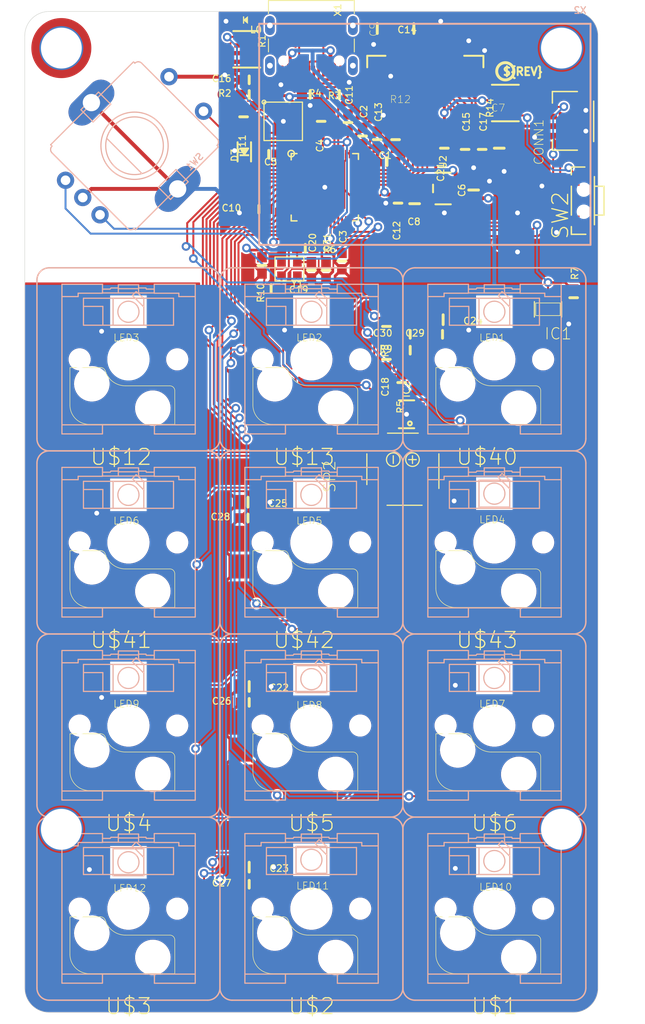
<source format=kicad_pcb>
(kicad_pcb (version 20221018) (generator pcbnew)
  (layers (0 "F.Cu" signal) (31 "B.Cu" signal) (34 "B.Paste" user) (35 "F.Paste" user) (36 "B.SilkS" user "B.Silkscreen") (37 "F.SilkS" user "F.Silkscreen") (38 "B.Mask" user) (39 "F.Mask" user) (44 "Edge.Cuts" user))
  (net 0 "")
  (net 1 "GND")
  (net 2 "MISO")
  (net 3 "LED")
  (net 4 "N$2")
  (net 5 "D+")
  (net 6 "D-")
  (net 7 "~{RESET}")
  (net 8 "QSPI_DATA[0]")
  (net 9 "QSPI_DATA[1]")
  (net 10 "QSPI_SCK")
  (net 11 "QSPI_CS")
  (net 12 "QSPI_DATA[2]")
  (net 13 "QSPI_DATA[3]")
  (net 14 "1.2V")
  (net 15 "N$5")
  (net 16 "N$6")
  (net 17 "N$7")
  (net 18 "USBBOOT")
  (net 19 "N$4")
  (net 20 "5.0V")
  (net 21 "3.3V")
  (net 22 "N$1")
  (net 23 "N$3")
  (net 24 "CC2")
  (net 25 "CC1")
  (net 26 "GP9")
  (net 27 "GP8")
  (net 28 "GP1")
  (net 29 "GP2")
  (net 30 "GP3")
  (net 31 "GP4")
  (net 32 "GP5")
  (net 33 "GP6")
  (net 34 "GP7")
  (net 35 "GP10")
  (net 36 "GP11")
  (net 37 "GP12")
  (net 38 "ROTA")
  (net 39 "ROTB")
  (net 40 "N$10")
  (net 41 "N$11")
  (net 42 "N$12")
  (net 43 "N$13")
  (net 44 "N$14")
  (net 45 "N$15")
  (net 46 "N$16")
  (net 47 "N$17")
  (net 48 "N$18")
  (net 49 "N$19")
  (net 50 "N$20")
  (net 51 "NEOPIX_5V")
  (net 52 "NEOPIX")
  (net 53 "SDA")
  (net 54 "SCL")
  (net 55 "N$21")
  (net 56 "VCOMH")
  (net 57 "SPEAKER")
  (net 58 "VCC")
  (net 59 "OLED_CS")
  (net 60 "OLED_RST")
  (net 61 "OLED_DC")
  (net 62 "SCK")
  (net 63 "MOSI")
  (net 64 "N$23")
  (net 65 "N$24")
  (net 66 "N$25")
  (net 67 "N$26")
  (net 68 "N$8")
  (net 69 "N$9")
  (net 70 "N$22")
  (net 71 "N$27")
  (net 72 "SPKR_SD")
  (net 73 "N$100")
  (footprint "working:SOD-323" (layer "F.Cu") (at 141.5161 67.5386 90)
    (fp_text reference "D3")
    (fp_text value "1N4148")
  )
  (footprint "working:SPST_TACTILE_RA" (layer "F.Cu") (at 176.5681 72.6186 90)
    (fp_text reference "SW2")
    (fp_text value "RA SW" hide)
  )
  (footprint "working:FIDUCIAL_1MM" (layer "F.Cu") (at 169.5831 54.8386)
    (fp_text reference "U$34" hide)
    (fp_text value "FIDUCIAL_1MM" hide)
  )
  (footprint "working:0805-NO" (layer "F.Cu") (at 142.0241 123.1646)
    (fp_text reference "C22")
    (fp_text value "10uF")
  )
  (footprint "working:0805-NO" (layer "F.Cu") (at 155.3591 54.7116)
    (fp_text reference "C14")
    (fp_text value "10uF")
  )
  (footprint "working:SMT_NUT_3MM" (layer "F.Cu") (at 122.4661 56.7436)
    (fp_text reference "TP3" hide)
    (fp_text value "SEWTAP_SMTNUTM3" hide)
  )
  (footprint "working:0805-NO" (layer "F.Cu") (at 142.0241 141.9606)
    (fp_text reference "C23")
    (fp_text value "10uF")
  )
  (footprint "working:0603-NO" (layer "F.Cu") (at 148.5011 79.8576 90)
    (fp_text reference "C20")
    (fp_text value "12pF")
  )
  (footprint "working:0603-NO" (layer "F.Cu") (at 141.8971 105.6386 180)
    (fp_text reference "C28")
    (fp_text value "0.1uF")
  )
  (footprint "working:SOT23-5" (layer "F.Cu") (at 162.2171 71.3486 90)
    (fp_text reference "U2")
    (fp_text value "AP2112K-3.3")
  )
  (footprint "working:0603-NO" (layer "F.Cu") (at 166.2811 67.2846 90)
    (fp_text reference "C17")
    (fp_text value "1uF")
  )
  (footprint "working:0603-NO" (layer "F.Cu") (at 144.3101 81.7626)
    (fp_text reference "C19")
    (fp_text value "12pF")
  )
  (footprint "working:0805-NO" (layer "F.Cu") (at 159.1691 54.7116 180)
    (fp_text reference "C9")
    (fp_text value "10uF")
  )
  (footprint "working:0603-NO" (layer "F.Cu") (at 150.0251 79.8576 90)
    (fp_text reference "C31")
    (fp_text value "0.1uF")
  )
  (footprint "working:0603-NO" (layer "F.Cu") (at 157.8991 91.5416 -90)
    (fp_text reference "R5")
    (fp_text value "47K")
  )
  (footprint "working:0603-NO" (layer "F.Cu") (at 156.3751 68.5546)
    (fp_text reference "C1")
    (fp_text value "1uF")
  )
  (footprint "working:0603-NO" (layer "F.Cu") (at 149.5171 64.3636 -90)
    (fp_text reference "C4")
    (fp_text value "0.1uF")
  )
  (footprint "working:0805-NO" (layer "F.Cu") (at 159.2476 72.9326 -90)
    (fp_text reference "C8")
    (fp_text value "10µF")
  )
  (footprint "working:USON8_4X4" (layer "F.Cu") (at 145.5674 64.3636)
    (fp_text reference "U1" hide)
    (fp_text value "GD25x16" hide)
  )
  (footprint "working:SMT_NUT_3MM" (layer "F.Cu") (at 174.5361 56.7436)
    (fp_text reference "TP4" hide)
    (fp_text value "SEWTAP_SMTNUTM3" hide)
  )
  (footprint "working:0603-NO" (layer "F.Cu") (at 142.0241 143.7386 180)
    (fp_text reference "C27")
    (fp_text value "0.1uF")
  )
  (footprint "working:0805-NO" (layer "F.Cu") (at 165.3902 71.5087 90)
    (fp_text reference "C6")
    (fp_text value "10µF")
  )
  (footprint "working:0603-NO" (layer "F.Cu") (at 158.7881 86.5251 180)
    (fp_text reference "C30")
    (fp_text value "10nF")
  )
  (footprint "working:0603-NO" (layer "F.Cu") (at 152.3111 64.4906 90)
    (fp_text reference "C11")
    (fp_text value "1uF")
  )
  (footprint "working:RESPACK_4X0603" (layer "F.Cu") (at 141.7701 56.8706 -90)
    (fp_text reference "R1")
    (fp_text value "5.1K")
  )
  (footprint "working:0603-NO" (layer "F.Cu") (at 164.5031 67.2846 90)
    (fp_text reference "C15")
    (fp_text value "1uF")
  )
  (footprint "working:0603-NO" (layer "F.Cu") (at 157.5181 72.8726 -90)
    (fp_text reference "C12")
    (fp_text value "0.1uF")
  )
  (footprint "working:0603-NO" (layer "F.Cu") (at 143.0401 73.5076 180)
    (fp_text reference "C10")
    (fp_text value "0.1uF")
  )
  (footprint "working:TESTPOINT_ROUND_1.5MM_NO" (layer "F.Cu") (at 139.4841 61.5696)
    (fp_text reference "TP6" hide)
    (fp_text value "" hide)
  )
  (footprint "working:0603-NO" (layer "F.Cu") (at 144.0561 67.7926 180)
    (fp_text reference "C5")
    (fp_text value "0.1uF")
  )
  (footprint "working:MACROPAD_BOTTOM" (layer "F.Cu") (at 118.6561 157.0736)
    (fp_text reference "U$79" hide)
    (fp_text value "" hide)
  )
  (footprint "working:0603-NO" (layer "F.Cu") (at 151.4221 61.5696 180)
    (fp_text reference "R4")
    (fp_text value "22")
  )
  (footprint "working:0603-NO" (layer "F.Cu") (at 156.3116 89.1286 -90)
    (fp_text reference "C18")
    (fp_text value "0.1uF")
  )
  (footprint "working:0603-NO" (layer "F.Cu") (at 157.2641 66.2686 90)
    (fp_text reference "R12")
    (fp_text value "680K")
  )
  (footprint "working:0603-NO" (layer "F.Cu") (at 156.3116 85.6996 -90)
    (fp_text reference "R8")
    (fp_text value "1K")
  )
  (footprint "working:0603-NO" (layer "F.Cu") (at 148.3741 61.5696)
    (fp_text reference "R3")
    (fp_text value "22")
  )
  (footprint "working:CHIPLED_0603_NOOUTLINE" (layer "F.Cu") (at 141.6431 53.8226 90)
    (fp_text reference "L0")
    (fp_text value "RED")
  )
  (footprint "working:0603-NO" (layer "F.Cu") (at 147.8661 77.5716)
    (fp_text reference "R6")
    (fp_text value "1K")
  )
  (footprint "working:TESTPOINT_ROUND_1.5MM_NO" (layer "F.Cu") (at 168.1861 77.0636)
    (fp_text reference "TP5" hide)
    (fp_text value "" hide)
  )
  (footprint "working:0603-NO" (layer "F.Cu") (at 142.0241 124.8156 180)
    (fp_text reference "C26")
    (fp_text value "0.1uF")
  )
  (footprint "working:JST_SH4" (layer "F.Cu") (at 175.8061 64.3636 90)
    (fp_text reference "CONN1")
    (fp_text value "STEMMA_I2C_QT" hide)
  )
  (footprint "working:FIDUCIAL_1MM" (layer "F.Cu") (at 175.2981 143.3576)
    (fp_text reference "U$80" hide)
    (fp_text value "FIDUCIAL_1MM" hide)
  )
  (footprint "working:0603-NO" (layer "F.Cu") (at 142.0241 61.5696 180)
    (fp_text reference "R2")
    (fp_text value "10k")
  )
  (footprint "working:0603-NO" (layer "F.Cu") (at 142.0241 60.0456 180)
    (fp_text reference "C16")
    (fp_text value "0.1uF")
  )
  (footprint "working:0603-NO" (layer "F.Cu") (at 162.1536 86.5251 180)
    (fp_text reference "C29")
    (fp_text value "0.1uF")
  )
  (footprint "working:QFN56_7MM_REDUCEDEPAD" (layer "F.Cu") (at 149.8981 71.2216)
    (fp_text reference "IC3" hide)
    (fp_text value "RP2040_QFN56" hide)
  )
  (footprint "working:CRYSTAL_2.5X2" (layer "F.Cu") (at 146.2151 79.7306 180)
    (fp_text reference "Y1")
    (fp_text value "12MHZ")
  )
  (footprint "working:FIDUCIAL_1MM" (layer "F.Cu") (at 121.9638 153.9784)
    (fp_text reference "U$35" hide)
    (fp_text value "FIDUCIAL_1MM" hide)
  )
  (footprint "working:SOT23-6" (layer "F.Cu") (at 158.4071 94.8436 90)
    (fp_text reference "IC2")
    (fp_text value "PAM8301")
  )
  (footprint "working:0603-NO" (layer "F.Cu") (at 175.8061 82.7151 90)
    (fp_text reference "R7")
    (fp_text value "10K")
  )
  (footprint "working:0603-NO" (layer "F.Cu") (at 162.3441 67.1576 90)
    (fp_text reference "C21")
    (fp_text value "0.1uF")
  )
  (footprint "working:0603-NO" (layer "F.Cu") (at 141.4399 63.8937 -90)
    (fp_text reference "R11")
    (fp_text value "1K")
  )
  (footprint "working:SMT_NUT_3MM" (layer "F.Cu") (at 174.5361 138.0236)
    (fp_text reference "TP2" hide)
    (fp_text value "SEWTAP_SMTNUTM3" hide)
  )
  (footprint "working:SOT23-5" (layer "F.Cu") (at 173.1391 83.9216 180)
    (fp_text reference "IC1")
    (fp_text value "74HCT1G125DBV")
  )
  (footprint "working:BUZZER_SMT_7.5MM" (layer "F.Cu") (at 158.0261 100.5586 90)
    (fp_text reference "SP2")
    (fp_text value "7.5mm SPK")
  )
  (footprint "working:PCBFEAT-REV-040" (layer "F.Cu") (at 168.6941 59.1566)
    (fp_text reference "U$81" hide)
    (fp_text value "" hide)
  )
  (footprint "working:0805-NO" (layer "F.Cu") (at 168.0591 67.1576 90)
    (fp_text reference "C7")
    (fp_text value "10uF")
  )
  (footprint "working:SMT_NUT_3MM" (layer "F.Cu") (at 122.4661 138.0236)
    (fp_text reference "TP1" hide)
    (fp_text value "SEWTAP_SMTNUTM3" hide)
  )
  (footprint "working:0603-NO" (layer "F.Cu") (at 155.3591 66.2686 90)
    (fp_text reference "C13")
    (fp_text value "0.1uF")
  )
  (footprint "working:0603-NO" (layer "F.Cu") (at 158.7881 88.1761 180)
    (fp_text reference "R9")
    (fp_text value "DNP")
  )
  (footprint "working:RESPACK_4X0603" (layer "F.Cu") (at 168.6941 62.4586 90)
    (fp_text reference "R14")
    (fp_text value "5.1K")
  )
  (footprint "working:0603-NO" (layer "F.Cu") (at 151.6761 78.9051 90)
    (fp_text reference "C3")
    (fp_text value "0.1uF")
  )
  (footprint "working:0603-NO" (layer "F.Cu") (at 153.8351 65.8876 90)
    (fp_text reference "C2")
    (fp_text value "1uF")
  )
  (footprint "working:0603-NO" (layer "F.Cu") (at 143.3576 79.3496 -90)
    (fp_text reference "R10")
    (fp_text value "10K")
  )
  (footprint "working:0805-NO" (layer "F.Cu") (at 162.2171 85.0011)
    (fp_text reference "C24")
    (fp_text value "10uF")
  )
  (footprint "working:0805-NO" (layer "F.Cu") (at 141.8971 103.9876)
    (fp_text reference "C25")
    (fp_text value "10uF")
  )
  (footprint "working:USB_C_CUSB31-CFM2AX-01-X" (layer "F.Cu") (at 148.5011 55.6006 180)
    (fp_text reference "X1")
    (fp_text value "TYPE C")
  )
  (footprint "working:NEO3535_REVERSE" (layer "B.Cu") (at 167.5511 141.3256 180)
    (fp_text reference "LED10")
    (fp_text value "WS2812B_SK6812E")
  )
  (footprint "working:NEO3535_REVERSE" (layer "B.Cu") (at 167.5511 122.2756 180)
    (fp_text reference "LED7")
    (fp_text value "WS2812B_SK6812E")
  )
  (footprint "working:MACROPAD_TOP" (layer "B.Cu") (at 178.0921 156.5656 180)
    (fp_text reference "U$78" hide)
    (fp_text value "" hide)
  )
  (footprint "working:KAILH_SOCKET" (layer "B.Cu") (at 148.5011 146.2786)
    (fp_text reference "U$2")
    (fp_text value "SOCKET")
  )
  (footprint "working:KAILH_SOCKET" (layer "B.Cu") (at 148.5011 108.1786)
    (fp_text reference "U$42")
    (fp_text value "SOCKET")
  )
  (footprint "working:NEO3535_REVERSE" (layer "B.Cu") (at 148.5011 84.1756 180)
    (fp_text reference "LED2")
    (fp_text value "WS2812B_SK6812E")
  )
  (footprint "working:NEO3535_REVERSE" (layer "B.Cu") (at 148.5011 122.4026 180)
    (fp_text reference "LED8")
    (fp_text value "WS2812B_SK6812E")
  )
  (footprint "working:KAILH_SOCKET" (layer "B.Cu") (at 167.5511 108.1786)
    (fp_text reference "U$43")
    (fp_text value "SOCKET")
  )
  (footprint "working:KAILH_SOCKET" (layer "B.Cu") (at 129.4511 146.2786)
    (fp_text reference "U$3")
    (fp_text value "SOCKET")
  )
  (footprint "working:NEO3535_REVERSE" (layer "B.Cu") (at 129.4511 84.1756 180)
    (fp_text reference "LED3")
    (fp_text value "WS2812B_SK6812E")
  )
  (footprint "working:KAILH_SOCKET" (layer "B.Cu") (at 129.4511 108.1786)
    (fp_text reference "U$41")
    (fp_text value "SOCKET")
  )
  (footprint "working:KAILH_SOCKET" (layer "B.Cu") (at 148.5011 127.2286)
    (fp_text reference "U$5")
    (fp_text value "SOCKET")
  )
  (footprint "working:NEO3535_REVERSE" (layer "B.Cu") (at 129.4511 103.2256 180)
    (fp_text reference "LED6")
    (fp_text value "WS2812B_SK6812E")
  )
  (footprint "working:KAILH_SOCKET" (layer "B.Cu") (at 167.5511 146.2786)
    (fp_text reference "U$1")
    (fp_text value "SOCKET")
  )
  (footprint "working:PEC11+SWITCH" (layer "B.Cu") (at 130.0861 66.9036 135)
    (fp_text reference "SW1")
    (fp_text value "PEC11")
  )
  (footprint "working:NEO3535_REVERSE" (layer "B.Cu") (at 167.5511 84.1756 180)
    (fp_text reference "LED1")
    (fp_text value "WS2812B_SK6812E")
  )
  (footprint "working:KAILH_SOCKET" (layer "B.Cu") (at 148.5011 89.1286)
    (fp_text reference "U$13")
    (fp_text value "SOCKET")
  )
  (footprint "working:NEO3535_REVERSE" (layer "B.Cu") (at 148.5011 103.2256 180)
    (fp_text reference "LED5")
    (fp_text value "WS2812B_SK6812E")
  )
  (footprint "working:NEO3535_REVERSE" (layer "B.Cu") (at 148.5011 141.1986 180)
    (fp_text reference "LED11")
    (fp_text value "WS2812B_SK6812E")
  )
  (footprint "working:NEO3535_REVERSE" (layer "B.Cu") (at 129.4511 122.2756 180)
    (fp_text reference "LED9")
    (fp_text value "WS2812B_SK6812E")
  )
  (footprint "working:KAILH_SOCKET" (layer "B.Cu") (at 129.4511 89.1286)
    (fp_text reference "U$12")
    (fp_text value "SOCKET")
  )
  (footprint "working:KAILH_SOCKET" (layer "B.Cu") (at 129.4511 127.2286)
    (fp_text reference "U$4")
    (fp_text value "SOCKET")
  )
  (footprint "working:ZJY130-2864KSWLG22" (layer "B.Cu") (at 160.3121 63.6651 180)
    (fp_text reference "X2")
    (fp_text value "ZJY130-2864KSWLG22")
  )
  (footprint "working:KAILH_SOCKET" (layer "B.Cu") (at 167.5511 127.2286)
    (fp_text reference "U$6")
    (fp_text value "SOCKET")
  )
  (footprint "working:KAILH_SOCKET" (layer "B.Cu") (at 167.5511 89.1286)
    (fp_text reference "U$40")
    (fp_text value "SOCKET")
  )
  (footprint "working:NEO3535_REVERSE" (layer "B.Cu") (at 129.4511 141.4526 180)
    (fp_text reference "LED12")
    (fp_text value "WS2812B_SK6812E")
  )
  (footprint "working:NEO3535_REVERSE" (layer "B.Cu") (at 167.5511 103.0986 180)
    (fp_text reference "LED4")
    (fp_text value "WS2812B_SK6812E")
  )
  (gr_arc (start 118.6561 55.4736) (mid 119.400049 53.677549) (end 121.1961 52.9336) (stroke (width 0.05)) (layer "Edge.Cuts"))
  (gr_arc (start 121.1961 157.0736) (mid 119.400049 156.329651) (end 118.6561 154.5336) (stroke (width 0.05)) (layer "Edge.Cuts"))
  (gr_arc (start 178.3461 154.5336) (mid 177.602151 156.329651) (end 175.8061 157.0736) (stroke (width 0.05)) (layer "Edge.Cuts"))
  (gr_line (start 118.6561 55.4736) (end 118.6561 154.5336) (stroke (width 0.05)) (layer "Edge.Cuts"))
  (gr_arc (start 175.8061 52.9336) (mid 177.602151 53.677549) (end 178.3461 55.4736) (stroke (width 0.05)) (layer "Edge.Cuts"))
  (gr_line (start 121.1961 157.0736) (end 175.8061 157.0736) (stroke (width 0.05)) (layer "Edge.Cuts"))
  (gr_line (start 178.3461 154.5336) (end 178.3461 55.4736) (stroke (width 0.05)) (layer "Edge.Cuts"))
  (gr_line (start 175.8061 52.9336) (end 121.1961 52.9336) (stroke (width 0.05)) (layer "Edge.Cuts"))
  (segment (start 145.4531 64.3636) (end 145.5801 64.3636) (width 0.2032) (layer "F.Cu") (net 1))
  (segment (start 143.7174 65.5636) (end 145.4531 65.5636) (width 0.2032) (layer "F.Cu") (net 1))
  (segment (start 148.8981 74.6716) (end 148.8981 71.2216) (width 0.2032) (layer "F.Cu") (net 1))
  (segment (start 145.4531 65.5636) (end 145.4531 64.3636) (width 0.2032) (layer "F.Cu") (net 1))
  (segment (start 164.6003 71.3486) (end 163.5172 71.3486) (width 0.4064) (layer "F.Cu") (net 1))
  (segment (start 139.411896 59.719397) (end 139.7381 60.0456) (width 0.4064) (layer "F.Cu") (net 1))
  (segment (start 165.3902 70.5587) (end 164.6003 71.3486) (width 0.4064) (layer "F.Cu") (net 1))
  (segment (start 133.678203 59.719397) (end 139.411896 59.719397) (width 0.4064) (layer "F.Cu") (net 1))
  (segment (start 139.7381 60.0456) (end 141.1741 60.0456) (width 0.4064) (layer "F.Cu") (net 1))
  (segment (start 143.781881 79.775319) (end 143.3576 80.1996) (width 0.2032) (layer "F.Cu") (net 1))
  (segment (start 134.576228 71.393729) (end 125.595975 62.413475) (width 0.4064) (layer "F.Cu") (net 1))
  (segment (start 148.8981 71.2216) (end 149.8981 71.2216) (width 0.254) (layer "F.Cu") (net 1))
  (segment (start 125.595975 71.393729) (end 134.576228 71.393729) (width 0.4064) (layer "F.Cu") (net 1))
  (segment (start 143.4601 81.7626) (end 143.781881 79.775319) (width 0.2032) (layer "F.Cu") (net 1))
  (segment (start 124.697946 72.291757) (end 125.595975 71.393729) (width 0.4064) (layer "F.Cu") (net 1))
  (via (at 169.9641 77.9526) (size 0.9064) (drill 0.5) (layers "F.Cu" "B.Cu") (net 1))
  (via (at 149.8981 71.2216) (size 0.9064) (drill 0.5) (layers "F.Cu" "B.Cu") (net 1))
  (via (at 168.5671 69.5706) (size 0.9064) (drill 0.5) (layers "F.Cu" "B.Cu") (net 1))
  (via (at 164.8841 55.9816) (size 0.9064) (drill 0.5) (layers "F.Cu" "B.Cu") (net 1))
  (via (at 155.9941 63.7286) (size 0.9064) (drill 0.5) (layers "F.Cu" "B.Cu") (net 1))
  (via (at 172.5041 71.0946) (size 0.9064) (drill 0.5) (layers "F.Cu" "B.Cu") (net 1))
  (via (at 177.0761 65.3796) (size 0.9064) (drill 0.5) (layers "F.Cu" "B.Cu") (net 1))
  (via (at 139.6111 53.9496) (size 0.9064) (drill 0.5) (layers "F.Cu" "B.Cu") (net 1))
  (via (at 166.5351 56.9976) (size 0.9064) (drill 0.5) (layers "F.Cu" "B.Cu") (net 1))
  (via (at 167.0431 70.5866) (size 0.9064) (drill 0.5) (layers "F.Cu" "B.Cu") (net 1))
  (via (at 148.3741 62.7126) (size 0.9064) (drill 0.5) (layers "F.Cu" "B.Cu") (net 1))
  (via (at 165.3921 69.1896) (size 0.9064) (drill 0.5) (layers "F.Cu" "B.Cu") (net 1))
  (via (at 156.7561 59.6646) (size 0.9064) (drill 0.5) (layers "F.Cu" "B.Cu") (net 1))
  (via (at 152.4381 60.2996) (size 0.9064) (drill 0.5) (layers "F.Cu" "B.Cu") (net 1))
  (via (at 145.5801 64.3636) (size 0.9064) (drill 0.5) (layers "F.Cu" "B.Cu") (net 1))
  (via (at 177.0761 63.2206) (size 0.9064) (drill 0.5) (layers "F.Cu" "B.Cu") (net 1))
  (via (at 169.9641 73.8886) (size 0.9064) (drill 0.5) (layers "F.Cu" "B.Cu") (net 1))
  (via (at 139.4841 59.5376) (size 0.9064) (drill 0.5) (layers "F.Cu" "B.Cu") (net 1))
  (via (at 174.0281 75.9206) (size 0.9064) (drill 0.5) (layers "F.Cu" "B.Cu") (net 1))
  (via (at 145.3261 60.5536) (size 0.9064) (drill 0.5) (layers "F.Cu" "B.Cu") (net 1))
  (via (at 141.0081 73.8886) (size 0.9064) (drill 0.5) (layers "F.Cu" "B.Cu") (net 1))
  (via (at 156.2481 72.8726) (size 0.9064) (drill 0.5) (layers "F.Cu" "B.Cu") (net 1))
  (via (at 162.3441 73.8886) (size 0.9064) (drill 0.5) (layers "F.Cu" "B.Cu") (net 1))
  (via (at 171.7421 66.0146) (size 0.9064) (drill 0.5) (layers "F.Cu" "B.Cu") (net 1))
  (via (at 140.5001 67.4116) (size 0.9064) (drill 0.5) (layers "F.Cu" "B.Cu") (net 1))
  (via (at 154.9781 56.3626) (size 0.9064) (drill 0.5) (layers "F.Cu" "B.Cu") (net 1))
  (via (at 161.9631 53.9496) (size 0.9064) (drill 0.5) (layers "F.Cu" "B.Cu") (net 1))
  (segment (start 138.513228 71.393729) (end 141.0081 73.8886) (width 0.4064) (layer "B.Cu") (net 1))
  (segment (start 134.576228 71.393729) (end 138.513228 71.393729) (width 0.4064) (layer "B.Cu") (net 1))
  (segment (start 147.558071 75.466629) (end 146.396128 75.466629) (width 0.2032) (layer "F.Cu") (net 3))
  (segment (start 144.872128 76.609629) (end 144.554628 76.927129) (width 0.2032) (layer "F.Cu") (net 3))
  (segment (start 139.7381 55.6006) (end 139.7681 55.5706) (width 0.2032) (layer "F.Cu") (net 3))
  (segment (start 145.253128 76.609629) (end 144.872128 76.609629) (width 0.2032) (layer "F.Cu") (net 3))
  (segment (start 139.7681 55.5706) (end 140.9201 55.5706) (width 0.2032) (layer "F.Cu") (net 3))
  (segment (start 146.396128 75.466629) (end 145.253128 76.609629) (width 0.2032) (layer "F.Cu") (net 3))
  (segment (start 147.6981 75.3266) (end 147.558071 75.466629) (width 0.2032) (layer "F.Cu") (net 3))
  (segment (start 147.6981 74.6716) (end 147.6981 75.3266) (width 0.2032) (layer "F.Cu") (net 3))
  (via (at 139.7381 55.6006) (size 0.9064) (drill 0.5) (layers "F.Cu" "B.Cu") (net 3))
  (via (at 144.554628 76.927129) (size 0.9064) (drill 0.5) (layers "F.Cu" "B.Cu") (net 3))
  (segment (start 140.7541 56.6166) (end 139.7381 55.6006) (width 0.2032) (layer "B.Cu") (net 3))
  (segment (start 144.554628 64.735129) (end 140.7541 60.9346) (width 0.2032) (layer "B.Cu") (net 3))
  (segment (start 144.554628 76.927129) (end 144.554628 64.735129) (width 0.2032) (layer "B.Cu") (net 3))
  (segment (start 140.7541 56.6166) (end 140.7541 60.9346) (width 0.2032) (layer "B.Cu") (net 3))
  (segment (start 142.3931 53.8226) (end 142.6201 54.0496) (width 0.2032) (layer "F.Cu") (net 4))
  (segment (start 142.6201 54.0496) (end 142.6201 55.5706) (width 0.2032) (layer "F.Cu") (net 4))
  (segment (start 150.8981 63.461969) (end 149.2241 61.787969) (width 0.2032) (layer "F.Cu") (net 5))
  (segment (start 149.2241 61.787969) (end 149.2241 61.5696) (width 0.2032) (layer "F.Cu") (net 5))
  (segment (start 150.8981 67.7716) (end 150.8981 63.461969) (width 0.2032) (layer "F.Cu") (net 5))
  (segment (start 150.5721 61.5696) (end 151.2981 62.2956) (width 0.2032) (layer "F.Cu") (net 6))
  (segment (start 151.2981 62.2956) (end 151.2981 67.7716) (width 0.2032) (layer "F.Cu") (net 6))
  (segment (start 175.2981 69.1896) (end 175.6681 69.5596) (width 0.2032) (layer "F.Cu") (net 7))
  (segment (start 168.1861 77.0636) (end 168.1861 76.3016) (width 0.4064) (layer "F.Cu") (net 7))
  (segment (start 168.1861 76.3016) (end 172.1231 76.3016) (width 0.2032) (layer "F.Cu") (net 7))
  (segment (start 151.6981 75.6886) (end 152.3111 76.3016) (width 0.2032) (layer "F.Cu") (net 7))
  (segment (start 151.6981 74.6716) (end 151.6981 75.6886) (width 0.2032) (layer "F.Cu") (net 7))
  (segment (start 175.6681 72.7566) (end 172.1231 76.3016) (width 0.2032) (layer "F.Cu") (net 7))
  (segment (start 175.6681 70.5186) (end 175.6681 72.7566) (width 0.2032) (layer "F.Cu") (net 7))
  (segment (start 175.6681 69.5596) (end 175.6681 70.5186) (width 0.2032) (layer "F.Cu") (net 7))
  (segment (start 170.7561 63.7586) (end 170.9801 63.9826) (width 0.2032) (layer "F.Cu") (net 7))
  (segment (start 169.5441 63.7586) (end 170.7561 63.7586) (width 0.2032) (layer "F.Cu") (net 7))
  (segment (start 152.3111 76.3016) (end 168.1861 76.3016) (width 0.2032) (layer "F.Cu") (net 7))
  (via (at 170.9801 63.9826) (size 0.9064) (drill 0.5) (layers "F.Cu" "B.Cu") (net 7))
  (via (at 175.2981 69.1896) (size 0.9064) (drill 0.5) (layers "F.Cu" "B.Cu") (net 7))
  (segment (start 173.6471 69.4436) (end 175.0441 69.4436) (width 0.2032) (layer "B.Cu") (net 7))
  (segment (start 170.9801 63.9826) (end 170.9801 66.7766) (width 0.2032) (layer "B.Cu") (net 7))
  (segment (start 170.9801 66.7766) (end 173.6471 69.4436) (width 0.2032) (layer "B.Cu") (net 7))
  (segment (start 175.0441 69.4436) (end 175.2981 69.1896) (width 0.2032) (layer "B.Cu") (net 7))
  (segment (start 148.4981 67.7716) (end 148.4981 66.7713) (width 0.2032) (layer "F.Cu") (net 8))
  (segment (start 148.4981 66.7713) (end 147.4174 65.6906) (width 0.2032) (layer "F.Cu") (net 8))
  (segment (start 147.4174 65.6906) (end 147.4174 65.5636) (width 0.2032) (layer "F.Cu") (net 8))
  (segment (start 143.1861 63.9636) (end 142.6591 64.4906) (width 0.2032) (layer "F.Cu") (net 9))
  (segment (start 143.24385 66.524) (end 146.9785 66.524) (width 0.2032) (layer "F.Cu") (net 9))
  (segment (start 146.9785 66.524) (end 147.5092 67.0547) (width 0.2032) (layer "F.Cu") (net 9))
  (segment (start 142.6591 65.93925) (end 143.24385 66.524) (width 0.2032) (layer "F.Cu") (net 9))
  (segment (start 142.6591 64.4906) (end 142.6591 65.93925) (width 0.2032) (layer "F.Cu") (net 9))
  (segment (start 147.513831 67.0547) (end 147.6981 67.238969) (width 0.2032) (layer "F.Cu") (net 9))
  (segment (start 147.6981 67.238969) (end 147.6981 67.7716) (width 0.2032) (layer "F.Cu") (net 9))
  (segment (start 147.5092 67.0547) (end 147.513831 67.0547) (width 0.2032) (layer "F.Cu") (net 9))
  (segment (start 143.7174 63.9636) (end 143.1861 63.9636) (width 0.2032) (layer "F.Cu") (net 9))
  (segment (start 147.9968 65.731182) (end 148.8981 66.632482) (width 0.2032) (layer "F.Cu") (net 10))
  (segment (start 147.9968 65.0023) (end 147.9968 65.731182) (width 0.2032) (layer "F.Cu") (net 10))
  (segment (start 147.7581 64.7636) (end 147.9968 65.0023) (width 0.2032) (layer "F.Cu") (net 10))
  (segment (start 147.4174 64.7636) (end 147.7581 64.7636) (width 0.2032) (layer "F.Cu") (net 10))
  (segment (start 148.8981 66.632482) (end 148.8981 67.7716) (width 0.2032) (layer "F.Cu") (net 10))
  (segment (start 146.925281 67.7716) (end 146.058681 66.905) (width 0.2032) (layer "F.Cu") (net 11))
  (segment (start 142.2781 63.8819) (end 142.2781 64.1096) (width 0.2032) (layer "F.Cu") (net 11))
  (segment (start 143.086031 66.905) (end 142.2781 66.097069) (width 0.2032) (layer "F.Cu") (net 11))
  (segment (start 141.1741 61.8236) (end 141.1741 62.7779) (width 0.2032) (layer "F.Cu") (net 11))
  (segment (start 146.058681 66.905) (end 143.086031 66.905) (width 0.2032) (layer "F.Cu") (net 11))
  (segment (start 141.4399 63.0437) (end 142.2781 63.8819) (width 0.2032) (layer "F.Cu") (net 11))
  (segment (start 141.1741 62.7779) (end 141.4399 63.0437) (width 0.2032) (layer "F.Cu") (net 11))
  (segment (start 147.2981 67.7716) (end 146.925281 67.7716) (width 0.2032) (layer "F.Cu") (net 11))
  (segment (start 143.2241 63.1636) (end 143.7174 63.1636) (width 0.2032) (layer "F.Cu") (net 11))
  (segment (start 140.9201 61.5696) (end 141.1741 61.8236) (width 0.254) (layer "F.Cu") (net 11))
  (segment (start 142.2781 64.1096) (end 143.2241 63.1636) (width 0.2032) (layer "F.Cu") (net 11))
  (segment (start 141.1741 61.5696) (end 141.1741 61.8236) (width 0.2032) (layer "F.Cu") (net 11))
  (segment (start 142.2781 66.097069) (end 142.2781 64.1096) (width 0.2032) (layer "F.Cu") (net 11))
  (segment (start 139.4841 61.5696) (end 140.9201 61.5696) (width 0.254) (layer "F.Cu") (net 11))
  (segment (start 143.5291 64.7636) (end 143.7174 64.7636) (width 0.2032) (layer "F.Cu") (net 12))
  (segment (start 147.203981 66.143) (end 144.451668 66.143) (width 0.2032) (layer "F.Cu") (net 12))
  (segment (start 143.0401 65.781432) (end 143.0401 65.2526) (width 0.2032) (layer "F.Cu") (net 12))
  (segment (start 148.0981 67.037119) (end 147.203981 66.143) (width 0.2032) (layer "F.Cu") (net 12))
  (segment (start 144.450268 66.1416) (end 143.400268 66.1416) (width 0.2032) (layer "F.Cu") (net 12))
  (segment (start 143.0401 65.2526) (end 143.5291 64.7636) (width 0.2032) (layer "F.Cu") (net 12))
  (segment (start 144.451668 66.143) (end 144.450268 66.1416) (width 0.2032) (layer "F.Cu") (net 12))
  (segment (start 143.400268 66.1416) (end 143.0401 65.781432) (width 0.2032) (layer "F.Cu") (net 12))
  (segment (start 148.0981 67.7716) (end 148.0981 67.037119) (width 0.2032) (layer "F.Cu") (net 12))
  (segment (start 149.2791 66.474663) (end 148.3778 65.573363) (width 0.2032) (layer "F.Cu") (net 13))
  (segment (start 148.3778 64.7483) (end 147.5931 63.9636) (width 0.2032) (layer "F.Cu") (net 13))
  (segment (start 149.2791 67.7526) (end 149.2791 66.474663) (width 0.2032) (layer "F.Cu") (net 13))
  (segment (start 149.2981 67.7716) (end 149.2791 67.7526) (width 0.2032) (layer "F.Cu") (net 13))
  (segment (start 147.5931 63.9636) (end 147.4174 63.9636) (width 0.2032) (layer "F.Cu") (net 13))
  (segment (start 148.3778 65.573363) (end 148.3778 64.7483) (width 0.2032) (layer "F.Cu") (net 13))
  (segment (start 150.4981 74.6716) (end 150.4981 76.8771) (width 0.2032) (layer "F.Cu") (net 14))
  (segment (start 150.4696 76.5676) (end 150.4981 76.5676) (width 0.2032) (layer "F.Cu") (net 14))
  (segment (start 152.3111 65.9756) (end 152.3111 65.3406) (width 0.2032) (layer "F.Cu") (net 14))
  (segment (start 151.6981 67.7716) (end 151.6981 67.0096) (width 0.2032) (layer "F.Cu") (net 14))
  (segment (start 151.6761 78.0551) (end 150.4981 76.8771) (width 0.2032) (layer "F.Cu") (net 14))
  (segment (start 149.6981 65.3946) (end 149.6981 67.7716) (width 0.2032) (layer "F.Cu") (net 14))
  (segment (start 152.1851 66.5226) (end 151.6981 67.0096) (width 0.2032) (layer "F.Cu") (net 14))
  (segment (start 152.2061 66.5226) (end 152.2061 66.0806) (width 0.2032) (layer "F.Cu") (net 14))
  (segment (start 152.2061 66.5226) (end 152.1851 66.5226) (width 0.2032) (layer "F.Cu") (net 14))
  (segment (start 149.5171 65.2136) (end 149.6981 65.3946) (width 0.2032) (layer "F.Cu") (net 14))
  (segment (start 150.1264 66.5226) (end 149.7711 66.5226) (width 0.2032) (layer "F.Cu") (net 14))
  (segment (start 149.5171 65.2136) (end 149.7711 65.4676) (width 0.2032) (layer "F.Cu") (net 14))
  (segment (start 150.4981 74.6716) (end 150.4981 76.5676) (width 0.2032) (layer "F.Cu") (net 14))
  (segment (start 152.3111 65.9756) (end 152.2061 66.0806) (width 0.2032) (layer "F.Cu") (net 14))
  (segment (start 149.7711 65.4676) (end 149.7711 66.5226) (width 0.2032) (layer "F.Cu") (net 14))
  (via (at 150.4696 76.5676) (size 0.9064) (drill 0.5) (layers "F.Cu" "B.Cu") (net 14))
  (via (at 152.2061 66.5226) (size 0.9064) (drill 0.5) (layers "F.Cu" "B.Cu") (net 14))
  (via (at 150.1264 66.5226) (size 0.9064) (drill 0.5) (layers "F.Cu" "B.Cu") (net 14))
  (segment (start 150.4696 75.5516) (end 150.4696 76.5676) (width 0.2032) (layer "B.Cu") (net 14))
  (segment (start 152.2061 66.5226) (end 152.2061 73.8151) (width 0.2032) (layer "B.Cu") (net 14))
  (segment (start 152.2061 73.8151) (end 150.4696 75.5516) (width 0.2032) (layer "B.Cu") (net 14))
  (segment (start 150.1264 66.5226) (end 152.2061 66.5226) (width 0.2032) (layer "B.Cu") (net 14))
  (segment (start 146.1521 77.002969) (end 146.599468 76.5556) (width 0.2032) (layer "F.Cu") (net 15))
  (segment (start 147.9931 76.5556) (end 149.2981 75.2506) (width 0.2032) (layer "F.Cu") (net 15))
  (segment (start 145.1601 81.7626) (end 145.3901 81.9926) (width 0.2032) (layer "F.Cu") (net 15))
  (segment (start 146.1521 79.5936) (end 146.1521 77.002969) (width 0.2032) (layer "F.Cu") (net 15))
  (segment (start 145.3901 80.3556) (end 145.3901 81.9926) (width 0.2032) (layer "F.Cu") (net 15))
  (segment (start 146.599468 76.5556) (end 147.9931 76.5556) (width 0.2032) (layer "F.Cu") (net 15))
  (segment (start 145.3901 80.3556) (end 146.1521 79.5936) (width 0.2032) (layer "F.Cu") (net 15))
  (segment (start 149.2981 75.2506) (end 149.2981 74.6716) (width 0.2032) (layer "F.Cu") (net 15))
  (segment (start 147.1381 79.0076) (end 148.5011 79.0076) (width 0.2032) (layer "F.Cu") (net 16))
  (segment (start 148.5011 79.0076) (end 147.0161 79.0076) (width 0.2032) (layer "F.Cu") (net 16))
  (segment (start 147.0401 79.1056) (end 147.1381 79.0076) (width 0.2032) (layer "F.Cu") (net 16))
  (segment (start 147.0161 77.5716) (end 147.0161 79.0076) (width 0.2032) (layer "F.Cu") (net 16))
  (segment (start 149.6981 74.6716) (end 149.6981 75.5736) (width 0.2032) (layer "F.Cu") (net 17))
  (segment (start 149.6981 75.5736) (end 148.7161 76.5556) (width 0.2032) (layer "F.Cu") (net 17))
  (segment (start 148.7161 76.5556) (end 148.7161 77.5716) (width 0.2032) (layer "F.Cu") (net 17))
  (segment (start 140.7541 68.8086) (end 139.3571 67.4116) (width 0.2032) (layer "F.Cu") (net 18))
  (segment (start 137.270306 63.3115) (end 139.3571 65.398294) (width 0.2032) (layer "F.Cu") (net 18))
  (segment (start 141.6221 69.0216) (end 141.4626 68.8621) (width 0.2032) (layer "F.Cu") (net 18))
  (segment (start 140.7541 68.8086) (end 141.5161 68.8086) (width 0.2032) (layer "F.Cu") (net 18))
  (segment (start 139.3571 65.398294) (end 139.3571 67.4116) (width 0.2032) (layer "F.Cu") (net 18))
  (segment (start 146.4481 69.0216) (end 141.6221 69.0216) (width 0.2032) (layer "F.Cu") (net 18))
  (segment (start 141.4626 68.8621) (end 141.5161 68.8086) (width 0.2032) (layer "F.Cu") (net 18))
  (segment (start 141.4399 64.7437) (end 141.4399 66.19241) (width 0.2032) (layer "F.Cu") (net 19))
  (segment (start 141.5161 66.2686) (end 141.4399 66.19241) (width 0.2032) (layer "F.Cu") (net 19))
  (segment (start 166.9161 72.3646) (end 165.4843 72.3646) (width 0.4064) (layer "F.Cu") (net 20))
  (segment (start 163.5172 72.2986) (end 165.2301 72.2986) (width 0.4064) (layer "F.Cu") (net 20))
  (segment (start 142.7471 104.0876) (end 142.8471 103.9876) (width 0.4064) (layer "F.Cu") (net 20))
  (segment (start 145.8511 85.9366) (end 145.7071 86.0806) (width 0.4064) (layer "F.Cu") (net 20))
  (segment (start 146.2917 57.4584) (end 146.4985 57.2516) (width 0.4064) (layer "F.Cu") (net 20))
  (segment (start 126.8011 84.9256) (end 126.8011 86.0636) (width 0.4064) (layer "F.Cu") (net 20))
  (segment (start 165.3902 72.4587) (end 165.4843 72.3646) (width 0.4064) (layer "F.Cu") (net 20))
  (segment (start 164.9011 103.8486) (end 163.3721 103.8486) (width 0.4064) (layer "F.Cu") (net 20))
  (segment (start 150.9011 58.5086) (end 150.9011 59.1456) (width 0.3048) (layer "F.Cu") (net 20))
  (segment (start 145.8511 103.9756) (end 144.1951 103.9756) (width 0.4064) (layer "F.Cu") (net 20))
  (segment (start 142.9741 141.9606) (end 144.5641 141.9606) (width 0.4064) (layer "F.Cu") (net 20))
  (segment (start 145.8511 141.9486) (end 145.8391 141.9606) (width 0.4064) (layer "F.Cu") (net 20))
  (segment (start 164.9011 142.0756) (end 163.4991 142.0756) (width 0.4064) (layer "F.Cu") (net 20))
  (segment (start 144.1951 103.9756) (end 144.1831 103.9876) (width 0.4064) (layer "F.Cu") (net 20))
  (segment (start 163.5172 70.3986) (end 163.5172 69.7277) (width 0.4064) (layer "F.Cu") (net 20))
  (segment (start 145.8511 123.1526) (end 144.3221 123.1526) (width 0.4064) (layer "F.Cu") (net 20))
  (segment (start 146.1011 58.543119) (end 146.2917 58.352519) (width 0.3048) (layer "F.Cu") (net 20))
  (segment (start 163.3721 103.8486) (end 163.3601 103.8606) (width 0.4064) (layer "F.Cu") (net 20))
  (segment (start 162.4711 71.8566) (end 162.9131 72.2986) (width 0.4064) (layer "F.Cu") (net 20))
  (segment (start 142.9741 123.1646) (end 144.3101 123.1646) (width 0.4064) (layer "F.Cu") (net 20))
  (segment (start 162.7861 70.3986) (end 162.4711 70.7136) (width 0.4064) (layer "F.Cu") (net 20))
  (segment (start 142.9741 124.7156) (end 142.8741 124.8156) (width 0.4064) (layer "F.Cu") (net 20))
  (segment (start 163.0036 85.1646) (end 163.0036 86.5251) (width 0.4064) (layer "F.Cu") (net 20))
  (segment (start 146.1011 59.1456) (end 146.1011 58.543119) (width 0.3048) (layer "F.Cu") (net 20))
  (segment (start 164.9011 84.9256) (end 164.9011 86.0636) (width 0.4064) (layer "F.Cu") (net 20))
  (segment (start 163.5172 69.7277) (end 163.2331 69.4436) (width 0.4064) (layer "F.Cu") (net 20))
  (segment (start 162.9131 72.2986) (end 163.5172 72.2986) (width 0.4064) (layer "F.Cu") (net 20))
  (segment (start 164.9011 123.0256) (end 163.4991 123.0256) (width 0.4064) (layer "F.Cu") (net 20))
  (segment (start 142.7471 105.6386) (end 142.7471 104.0876) (width 0.4064) (layer "F.Cu") (net 20))
  (segment (start 164.9011 86.0636) (end 164.8841 86.0806) (width 0.4064) (layer "F.Cu") (net 20))
  (segment (start 164.2466 86.0806) (end 163.1671 85.0011) (width 0.4064) (layer "F.Cu") (net 20))
  (segment (start 175.2981 85.4456) (end 175.0741 85.2216) (width 0.4064) (layer "F.Cu") (net 20))
  (segment (start 162.4711 70.7136) (end 162.4711 71.8566) (width 0.4064) (layer "F.Cu") (net 20))
  (segment (start 126.8011 124.1636) (end 126.6571 124.3076) (width 0.4064) (layer "F.Cu") (net 20))
  (segment (start 163.4991 123.0256) (end 163.4871 123.0376) (width 0.4064) (layer "F.Cu") (net 20))
  (segment (start 150.4837 58.0912) (end 150.9011 58.5086) (width 0.3048) (layer "F.Cu") (net 20))
  (segment (start 145.8511 84.9256) (end 145.8511 85.9366) (width 0.4064) (layer "F.Cu") (net 20))
  (segment (start 157.1071 94.8436) (end 158.4071 94.8436) (width 0.4064) (layer "F.Cu") (net 20))
  (segment (start 144.3221 123.1526) (end 144.3101 123.1646) (width 0.4064) (layer "F.Cu") (net 20))
  (segment (start 126.8011 103.9756) (end 126.8011 104.4786) (width 0.4064) (layer "F.Cu") (net 20))
  (segment (start 126.8011 86.0636) (end 126.6571 86.2076) (width 0.4064) (layer "F.Cu") (net 20))
  (segment (start 126.8011 142.2026) (end 125.3991 142.2026) (width 0.4064) (layer "F.Cu") (net 20))
  (segment (start 142.8741 142.0606) (end 142.9741 141.9606) (width 0.4064) (layer "F.Cu") (net 20))
  (segment (start 146.2917 58.352519) (end 146.2917 57.4584) (width 0.3048) (layer "F.Cu") (net 20))
  (segment (start 164.8841 86.0806) (end 164.2466 86.0806) (width 0.4064) (layer "F.Cu") (net 20))
  (segment (start 163.5172 70.3986) (end 162.7861 70.3986) (width 0.4064) (layer "F.Cu") (net 20))
  (segment (start 142.8741 143.7386) (end 142.8741 142.0606) (width 0.4064) (layer "F.Cu") (net 20))
  (segment (start 142.9741 123.1646) (end 142.9741 124.7156) (width 0.4064) (layer "F.Cu") (net 20))
  (segment (start 163.4991 142.0756) (end 163.4871 142.0876) (width 0.4064) (layer "F.Cu") (net 20))
  (segment (start 142.8471 103.9876) (end 142.8591 103.9756) (width 0.4064) (layer "F.Cu") (net 20))
  (segment (start 126.8011 104.4786) (end 126.1491 105.1306) (width 0.4064) (layer "F.Cu") (net 20))
  (segment (start 145.8391 141.9606) (end 144.5641 141.9606) (width 0.4064) (layer "F.Cu") (net 20))
  (segment (start 174.0891 85.2216) (end 175.0741 85.2216) (width 0.4064) (layer "F.Cu") (net 20))
  (segment (start 165.2301 72.2986) (end 165.3902 72.4587) (width 0.4064) (layer "F.Cu") (net 20))
  (segment (start 126.8011 123.0256) (end 126.8011 124.1636) (width 0.4064) (layer "F.Cu") (net 20))
  (segment (start 125.3991 142.2026) (end 125.3871 142.2146) (width 0.4064) (layer "F.Cu") (net 20))
  (segment (start 163.1671 85.0011) (end 163.0036 85.1646) (width 0.4064) (layer "F.Cu") (net 20))
  (segment (start 142.8591 103.9756) (end 144.1951 103.9756) (width 0.4064) (layer "F.Cu") (net 20))
  (segment (start 150.4837 56.9976) (end 150.4837 58.0912) (width 0.4064) (layer "F.Cu") (net 20))
  (via (at 126.1491 105.1306) (size 0.9064) (drill 0.5) (layers "F.Cu" "B.Cu") (net 20))
  (via (at 158.4071 94.8436) (size 0.9064) (drill 0.5) (layers "F.Cu" "B.Cu") (net 20))
  (via (at 144.1831 103.9876) (size 0.9064) (drill 0.5) (layers "F.Cu" "B.Cu") (net 20))
  (via (at 163.4871 123.0376) (size 0.9064) (drill 0.5) (layers "F.Cu" "B.Cu") (net 20))
  (via (at 163.2331 69.4436) (size 0.9064) (drill 0.5) (layers "F.Cu" "B.Cu") (net 20))
  (via (at 125.3871 142.2146) (size 0.9064) (drill 0.5) (layers "F.Cu" "B.Cu") (net 20))
  (via (at 166.9161 72.3646) (size 0.9064) (drill 0.5) (layers "F.Cu" "B.Cu") (net 20))
  (via (at 150.4837 56.9976) (size 0.9064) (drill 0.5) (layers "F.Cu" "B.Cu") (net 20))
  (via (at 175.2981 85.4456) (size 0.9064) (drill 0.5) (layers "F.Cu" "B.Cu") (net 20))
  (via (at 126.6571 86.2076) (size 0.9064) (drill 0.5) (layers "F.Cu" "B.Cu") (net 20))
  (via (at 163.4871 142.0876) (size 0.9064) (drill 0.5) (layers "F.Cu" "B.Cu") (net 20))
  (via (at 145.7071 86.0806) (size 0.9064) (drill 0.5) (layers "F.Cu" "B.Cu") (net 20))
  (via (at 164.8841 86.0806) (size 0.9064) (drill 0.5) (layers "F.Cu" "B.Cu") (net 20))
  (via (at 144.3101 123.1646) (size 0.9064) (drill 0.5) (layers "F.Cu" "B.Cu") (net 20))
  (via (at 146.4985 57.2516) (size 0.9064) (drill 0.5) (layers "F.Cu" "B.Cu") (net 20))
  (via (at 126.6571 124.3076) (size 0.9064) (drill 0.5) (layers "F.Cu" "B.Cu") (net 20))
  (via (at 144.5641 141.9606) (size 0.9064) (drill 0.5) (layers "F.Cu" "B.Cu") (net 20))
  (via (at 163.3601 103.8606) (size 0.9064) (drill 0.5) (layers "F.Cu" "B.Cu") (net 20))
  (segment (start 148.6281 56.9976) (end 150.4837 56.9976) (width 0.4064) (layer "B.Cu") (net 20))
  (segment (start 146.7525 56.9976) (end 148.6281 56.9976) (width 0.4064) (layer "B.Cu") (net 20))
  (segment (start 146.4985 57.2516) (end 146.7525 56.9976) (width 0.4064) (layer "B.Cu") (net 20))
  (segment (start 167.5511 72.3646) (end 167.5511 81.8896) (width 0.4064) (layer "B.Cu") (net 20))
  (segment (start 163.2331 69.4436) (end 159.1691 69.4436) (width 0.4064) (layer "B.Cu") (net 20))
  (segment (start 159.1691 69.4436) (end 148.6281 58.9026) (width 0.4064) (layer "B.Cu") (net 20))
  (segment (start 148.6281 58.9026) (end 148.6281 56.9976) (width 0.4064) (layer "B.Cu") (net 20))
  (segment (start 166.9161 72.3646) (end 167.5511 72.3646) (width 0.4064) (layer "B.Cu") (net 20))
  (segment (start 146.4481 72.2216) (end 145.2151 72.2216) (width 0.2032) (layer "F.Cu") (net 21))
  (segment (start 155.3591 67.1186) (end 154.2161 67.1186) (width 0.3048) (layer "F.Cu") (net 21))
  (segment (start 156.1211 71.7296) (end 156.3741 71.9826) (width 0.4064) (layer "F.Cu") (net 21))
  (segment (start 150.7871 68.6816) (end 151.8031 68.6816) (width 0.2032) (layer "F.Cu") (net 21))
  (segment (start 161.6701 66.3076) (end 161.4551 66.5226) (width 0.3048) (layer "F.Cu") (net 21))
  (segment (start 146.65425 62.40045) (end 146.2151 61.9613) (width 0.3048) (layer "F.Cu") (net 21))
  (segment (start 153.3481 72.2216) (end 152.6761 72.2216) (width 0.2032) (layer "F.Cu") (net 21))
  (segment (start 150.0981 75.8146) (end 149.5901 76.3226) (width 0.2032) (layer "F.Cu") (net 21))
  (segment (start 157.5181 72.0226) (end 157.4781 71.9826) (width 0.4064) (layer "F.Cu") (net 21))
  (segment (start 155.5021 72.2216) (end 153.3481 72.2216) (width 0.2032) (layer "F.Cu") (net 21))
  (segment (start 150.1521 67.7716) (end 150.4981 67.7716) (width 0.2032) (layer "F.Cu") (net 21))
  (segment (start 146.4481 68.6216) (end 147.4851 68.6216) (width 0.2032) (layer "F.Cu") (net 21))
  (segment (start 146.2151 61.9613) (end 145.9504 61.6966) (width 0.3048) (layer "F.Cu") (net 21))
  (segment (start 162.3441 66.3076) (end 161.6701 66.3076) (width 0.3048) (layer "F.Cu") (net 21))
  (segment (start 153.8351 66.7376) (end 152.8011 67.7716) (width 0.3048) (layer "F.Cu") (net 21))
  (segment (start 147.3741 72.2216) (end 147.4851 72.1106) (width 0.2032) (layer "F.Cu") (net 21))
  (segment (start 150.4981 68.3926) (end 150.7871 68.6816) (width 0.2032) (layer "F.Cu") (net 21))
  (segment (start 157.4781 71.9826) (end 156.3741 71.9826) (width 0.4064) (layer "F.Cu") (net 21))
  (segment (start 155.3591 67.1186) (end 155.3591 68.5546) (width 0.3048) (layer "F.Cu") (net 21))
  (segment (start 152.0981 68.3866) (end 152.0981 67.7716) (width 0.2032) (layer "F.Cu") (net 21))
  (segment (start 147.4851 68.6216) (end 149.8311 68.6216) (width 0.2032) (layer "F.Cu") (net 21))
  (segment (start 152.4981 67.6656) (end 152.4981 67.7716) (width 0.2032) (layer "F.Cu") (net 21))
  (segment (start 159.2476 71.9826) (end 157.4781 71.9826) (width 0.4064) (layer "F.Cu") (net 21))
  (segment (start 149.5901 76.3226) (end 149.5901 78.5726) (width 0.254) (layer "F.Cu") (net 21))
  (segment (start 150.5331 73.3806) (end 151.9301 73.3806) (width 0.2032) (layer "F.Cu") (net 21))
  (segment (start 155.5251 68.5546) (end 155.3591 68.5546) (width 0.3048) (layer "F.Cu") (net 21))
  (segment (start 150.1521 68.3006) (end 150.1521 67.7716) (width 0.2032) (layer "F.Cu") (net 21))
  (segment (start 150.0251 79.0076) (end 149.5901 78.5726) (width 0.254) (layer "F.Cu") (net 21))
  (segment (start 145.2151 72.2216) (end 143.9291 73.5076) (width 0.2032) (layer "F.Cu") (net 21))
  (segment (start 147.4851 72.1106) (end 147.4851 68.6216) (width 0.2032) (layer "F.Cu") (net 21))
  (segment (start 154.2761 68.6216) (end 155.4581 68.6216) (width 0.4064) (layer "F.Cu") (net 21))
  (segment (start 161.0621 58.3946) (end 161.8081 58.3946) (width 0.3048) (layer "F.Cu") (net 21))
  (segment (start 145.9504 61.6966) (end 144.7791 61.6966) (width 0.3048) (layer "F.Cu") (net 21))
  (segment (start 161.8081 62.3036) (end 162.3441 62.8396) (width 0.3048) (layer "F.Cu") (net 21))
  (segment (start 162.3441 62.8396) (end 162.3441 63.4746) (width 0.3048) (layer "F.Cu") (net 21))
  (segment (start 160.601 71.9826) (end 160.917 72.2986) (width 0.3048) (layer "F.Cu") (net 21))
  (segment (start 167.8441 62.0586) (end 167.8441 62.8586) (width 0.3048) (layer "F.Cu") (net 21))
  (segment (start 143.9291 73.5076) (end 143.8901 73.5076) (width 0.2032) (layer "F.Cu") (net 21))
  (segment (start 169.5911 64.8636) (end 168.2471 66.2076) (width 0.3048) (layer "F.Cu") (net 21))
  (segment (start 156.1211 71.7296) (end 155.9941 71.7296) (width 0.3048) (layer "F.Cu") (net 21))
  (segment (start 161.8996 69.7611) (end 161.8996 71.316) (width 0.3048) (layer "F.Cu") (net 21))
  (segment (start 161.8081 62.3036) (end 161.8081 58.3946) (width 0.3048) (layer "F.Cu") (net 21))
  (segment (start 162.0621 58.3946) (end 162.0621 56.9371) (width 0.3048) (layer "F.Cu") (net 21))
  (segment (start 152.0981 67.7716) (end 152.2041 67.6656) (width 0.2032) (layer "F.Cu") (net 21))
  (segment (start 149.8311 68.6216) (end 150.1521 68.3006) (width 0.2032) (layer "F.Cu") (net 21))
  (segment (start 151.8031 68.6816) (end 151.9301 68.5546) (width 0.2032) (layer "F.Cu") (net 21))
  (segment (start 146.4481 68.6216) (end 145.7351 68.6216) (width 0.2032) (layer "F.Cu") (net 21))
  (segment (start 162.3441 63.4746) (end 162.3441 66.3076) (width 0.3048) (layer "F.Cu") (net 21))
  (segment (start 151.9301 71.4756) (end 151.9301 68.5546) (width 0.2032) (layer "F.Cu") (net 21))
  (segment (start 161.8996 71.316) (end 160.917 72.2986) (width 0.3048) (layer "F.Cu") (net 21))
  (segment (start 152.2041 67.6656) (end 152.4981 67.6656) (width 0.2032) (layer "F.Cu") (net 21))
  (segment (start 144.7791 61.6966) (end 143.8901 60.8076) (width 0.3048) (layer "F.Cu") (net 21))
  (segment (start 154.2161 67.1186) (end 153.8351 66.7376) (width 0.3048) (layer "F.Cu") (net 21))
  (segment (start 143.1281 60.8076) (end 142.8741 61.0616) (width 0.3048) (layer "F.Cu") (net 21))
  (segment (start 161.4551 66.5226) (end 161.4551 69.3166) (width 0.3048) (layer "F.Cu") (net 21))
  (segment (start 147.4174 63.1636) (end 146.65425 62.40045) (width 0.3048) (layer "F.Cu") (net 21))
  (segment (start 167.8441 62.8586) (end 167.8441 63.7586) (width 0.3048) (layer "F.Cu") (net 21))
  (segment (start 155.4581 68.6216) (end 155.5251 68.5546) (width 0.4064) (layer "F.Cu") (net 21))
  (segment (start 150.0981 67.7716) (end 150.1521 67.7716) (width 0.2032) (layer "F.Cu") (net 21))
  (segment (start 142.8741 60.0456) (end 142.8741 61.5696) (width 0.3048) (layer "F.Cu") (net 21))
  (segment (start 151.9301 73.3806) (end 151.9301 71.4756) (width 0.2032) (layer "F.Cu") (net 21))
  (segment (start 167.8441 62.0586) (end 167.6981 62.2046) (width 0.3048) (layer "F.Cu") (net 21))
  (segment (start 168.2471 66.2076) (end 168.0591 66.2076) (width 0.4064) (layer "F.Cu") (net 21))
  (segment (start 142.8741 61.0616) (end 142.8741 61.5696) (width 0.3048) (layer "F.Cu") (net 21))
  (segment (start 167.8441 63.7586) (end 168.0591 63.9736) (width 0.3048) (layer "F.Cu") (net 21))
  (segment (start 152.4981 67.7716) (end 152.8011 67.7716) (width 0.3048) (layer "F.Cu") (net 21))
  (segment (start 146.2151 61.9613) (end 146.2151 61.8236) (width 0.3048) (layer "F.Cu") (net 21))
  (segment (start 167.6981 62.2046) (end 166.2811 62.2046) (width 0.3048) (layer "F.Cu") (net 21))
  (segment (start 150.0981 73.8156) (end 150.0981 74.6716) (width 0.2032) (layer "F.Cu") (net 21))
  (segment (start 150.4981 67.7716) (end 150.4981 68.3926) (width 0.2032) (layer "F.Cu") (net 21))
  (segment (start 150.0981 73.8156) (end 150.5331 73.3806) (width 0.2032) (layer "F.Cu") (net 21))
  (segment (start 160.601 71.9826) (end 159.2476 71.9826) (width 0.3048) (layer "F.Cu") (net 21))
  (segment (start 152.6761 72.2216) (end 151.9301 71.4756) (width 0.2032) (layer "F.Cu") (net 21))
  (segment (start 161.8081 58.3946) (end 162.0621 58.3946) (width 0.3048) (layer "F.Cu") (net 21))
  (segment (start 151.9301 68.5546) (end 152.0981 68.3866) (width 0.2032) (layer "F.Cu") (net 21))
  (segment (start 161.4551 69.3166) (end 161.8996 69.7611) (width 0.3048) (layer "F.Cu") (net 21))
  (segment (start 155.9941 71.7296) (end 155.5021 72.2216) (width 0.2032) (layer "F.Cu") (net 21))
  (segment (start 153.3481 68.6216) (end 154.2761 68.6216) (width 0.2032) (layer "F.Cu") (net 21))
  (segment (start 146.4481 72.2216) (end 147.3741 72.2216) (width 0.2032) (layer "F.Cu") (net 21))
  (segment (start 173.2921 64.8636) (end 169.5911 64.8636) (width 0.3048) (layer "F.Cu") (net 21))
  (segment (start 150.0981 74.6716) (end 150.0981 75.8146) (width 0.2032) (layer "F.Cu") (net 21))
  (segment (start 168.0591 63.9736) (end 168.0591 66.2076) (width 0.3048) (layer "F.Cu") (net 21))
  (segment (start 143.8901 60.8076) (end 143.1281 60.8076) (width 0.3048) (layer "F.Cu") (net 21))
  (segment (start 161.0621 56.9371) (end 161.0621 58.3946) (width 0.3048) (layer "F.Cu") (net 21))
  (segment (start 145.7351 68.6216) (end 144.9061 67.7926) (width 0.2032) (layer "F.Cu") (net 21))
  (via (at 146.2151 61.8236) (size 0.9064) (drill 0.5) (layers "F.Cu" "B.Cu") (net 21))
  (via (at 156.1211 71.7296) (size 0.9064) (drill 0.5) (layers "F.Cu" "B.Cu") (net 21))
  (via (at 162.3441 63.4746) (size 0.9064) (drill 0.5) (layers "F.Cu" "B.Cu") (net 21))
  (via (at 166.2811 62.2046) (size 0.9064) (drill 0.5) (layers "F.Cu" "B.Cu") (net 21))
  (segment (start 146.2151 61.8236) (end 146.3421 61.8236) (width 0.3048) (layer "B.Cu") (net 21))
  (segment (start 146.4691 61.6966) (end 146.3421 61.8236) (width 0.3048) (layer "B.Cu") (net 21))
  (segment (start 163.6141 62.2046) (end 162.3441 63.4746) (width 0.3048) (layer "B.Cu") (net 21))
  (segment (start 155.9941 68.1736) (end 155.9941 71.6026) (width 0.3048) (layer "B.Cu") (net 21))
  (segment (start 155.9941 71.6026) (end 156.1211 71.7296) (width 0.3048) (layer "B.Cu") (net 21))
  (segment (start 149.5171 61.6966) (end 146.4691 61.6966) (width 0.3048) (layer "B.Cu") (net 21))
  (segment (start 149.5171 61.6966) (end 155.9941 68.1736) (width 0.3048) (layer "B.Cu") (net 21))
  (segment (start 166.2811 62.2046) (end 163.6141 62.2046) (width 0.3048) (layer "B.Cu") (net 21))
  (segment (start 148.7511 60.0496) (end 148.7511 59.1456) (width 0.2032) (layer "F.Cu") (net 22))
  (segment (start 147.8901 60.1726) (end 148.6281 60.1726) (width 0.2032) (layer "F.Cu") (net 22))
  (segment (start 148.6281 60.1726) (end 148.7511 60.0496) (width 0.2032) (layer "F.Cu") (net 22))
  (segment (start 147.7511 60.0336) (end 147.5241 60.2606) (width 0.2032) (layer "F.Cu") (net 22))
  (segment (start 147.7511 60.0336) (end 147.8901 60.1726) (width 0.2032) (layer "F.Cu") (net 22))
  (segment (start 147.5241 60.2606) (end 147.5241 61.5696) (width 0.2032) (layer "F.Cu") (net 22))
  (segment (start 147.7511 59.1456) (end 147.7511 60.0336) (width 0.2032) (layer "F.Cu") (net 22))
  (segment (start 149.1361 58.1406) (end 149.2511 58.2556) (width 0.2032) (layer "F.Cu") (net 23))
  (segment (start 152.2721 61.5696) (end 151.1291 60.4266) (width 0.2032) (layer "F.Cu") (net 23))
  (segment (start 148.2511 58.2636) (end 148.3741 58.1406) (width 0.2032) (layer "F.Cu") (net 23))
  (segment (start 149.2511 58.2556) (end 149.2511 59.1456) (width 0.2032) (layer "F.Cu") (net 23))
  (segment (start 148.3741 58.1406) (end 149.1361 58.1406) (width 0.2032) (layer "F.Cu") (net 23))
  (segment (start 151.1291 60.4266) (end 149.5051 60.4266) (width 0.2032) (layer "F.Cu") (net 23))
  (segment (start 149.2511 59.1456) (end 149.2511 60.1726) (width 0.2032) (layer "F.Cu") (net 23))
  (segment (start 148.2511 59.1456) (end 148.2511 58.2636) (width 0.2032) (layer "F.Cu") (net 23))
  (segment (start 149.5051 60.4266) (end 149.2511 60.1726) (width 0.2032) (layer "F.Cu") (net 23))
  (segment (start 143.6941 56.8516) (end 144.232918 56.8516) (width 0.2032) (layer "F.Cu") (net 24))
  (segment (start 143.2751 57.2706) (end 143.6941 56.8516) (width 0.2032) (layer "F.Cu") (net 24))
  (segment (start 145.229918 55.8546) (end 146.5961 55.8546) (width 0.2032) (layer "F.Cu") (net 24))
  (segment (start 144.232918 56.8516) (end 145.229918 55.8546) (width 0.2032) (layer "F.Cu") (net 24))
  (segment (start 142.6201 57.2706) (end 143.2751 57.2706) (width 0.2032) (layer "F.Cu") (net 24))
  (segment (start 146.7231 59.1176) (end 146.7511 59.1456) (width 0.2032) (layer "F.Cu") (net 24))
  (segment (start 147.2311 56.4896) (end 147.2311 57.8866) (width 0.2032) (layer "F.Cu") (net 24))
  (segment (start 146.7231 58.3946) (end 146.7231 59.1176) (width 0.2032) (layer "F.Cu") (net 24))
  (segment (start 147.2311 57.8866) (end 146.7231 58.3946) (width 0.2032) (layer "F.Cu") (net 24))
  (segment (start 146.5961 55.8546) (end 147.2311 56.4896) (width 0.2032) (layer "F.Cu") (net 24))
  (segment (start 149.7511 56.3426) (end 149.7511 59.1456) (width 0.2032) (layer "F.Cu") (net 25))
  (segment (start 145.0721 55.4736) (end 148.8821 55.4736) (width 0.2032) (layer "F.Cu") (net 25))
  (segment (start 144.0751 56.4706) (end 145.0721 55.4736) (width 0.2032) (layer "F.Cu") (net 25))
  (segment (start 142.6201 56.4706) (end 144.0751 56.4706) (width 0.2032) (layer "F.Cu") (net 25))
  (segment (start 148.8821 55.4736) (end 149.7511 56.3426) (width 0.2032) (layer "F.Cu") (net 25))
  (segment (start 141.296643 75.0316) (end 139.6746 76.653644) (width 0.2032) (layer "F.Cu") (net 26))
  (segment (start 136.4361 129.6416) (end 136.4361 131.4136) (width 0.2032) (layer "F.Cu") (net 26))
  (segment (start 146.4481 73.0216) (end 145.77665 73.0216) (width 0.2032) (layer "F.Cu") (net 26))
  (segment (start 140.1826 85.1281) (end 139.6746 84.6201) (width 0.2032) (layer "F.Cu") (net 26))
  (segment (start 139.6746 76.653644) (end 139.6746 84.6201) (width 0.2032) (layer "F.Cu") (net 26))
  (segment (start 145.1991 74.2696) (end 144.4371 75.0316) (width 0.2032) (layer "F.Cu") (net 26))
  (segment (start 144.4371 75.0316) (end 141.296643 75.0316) (width 0.2032) (layer "F.Cu") (net 26))
  (segment (start 136.4361 131.4136) (end 135.5411 132.3086) (width 0.2032) (layer "F.Cu") (net 26))
  (segment (start 145.1991 73.59915) (end 145.1991 74.2696) (width 0.2032) (layer "F.Cu") (net 26))
  (segment (start 145.77665 73.0216) (end 145.1991 73.59915) (width 0.2032) (layer "F.Cu") (net 26))
  (via (at 140.1826 85.1281) (size 0.9064) (drill 0.5) (layers "F.Cu" "B.Cu") (net 26))
  (via (at 136.4361 129.6416) (size 0.9064) (drill 0.5) (layers "F.Cu" "B.Cu") (net 26))
  (segment (start 140.1826 85.1281) (end 140.1826 85.5091) (width 0.2032) (layer "B.Cu") (net 26))
  (segment (start 138.4046 127.6731) (end 136.4361 129.6416) (width 0.2032) (layer "B.Cu") (net 26))
  (segment (start 140.1826 85.5091) (end 138.4046 87.2871) (width 0.2032) (layer "B.Cu") (net 26))
  (segment (start 138.4046 87.2871) (end 138.4046 127.6731) (width 0.2032) (layer "B.Cu") (net 26))
  (segment (start 146.4481 72.6216) (end 145.637831 72.6216) (width 0.2032) (layer "F.Cu") (net 27))
  (segment (start 144.8181 73.441332) (end 144.8181 74.111782) (width 0.2032) (layer "F.Cu") (net 27))
  (segment (start 140.165968 94.2086) (end 139.2301 93.272732) (width 0.2032) (layer "F.Cu") (net 27))
  (segment (start 144.9451 134.4676) (end 145.7071 135.2296) (width 0.2032) (layer "F.Cu") (net 27))
  (segment (start 140.6271 94.2086) (end 140.165968 94.2086) (width 0.2032) (layer "F.Cu") (net 27))
  (segment (start 145.7071 135.2296) (end 151.6701 135.2296) (width 0.2032) (layer "F.Cu") (net 27))
  (segment (start 145.637831 72.6216) (end 144.8181 73.441332) (width 0.2032) (layer "F.Cu") (net 27))
  (segment (start 144.8181 74.111782) (end 144.279281 74.6506) (width 0.2032) (layer "F.Cu") (net 27))
  (segment (start 139.2301 76.559325) (end 139.2301 93.272732) (width 0.2032) (layer "F.Cu") (net 27))
  (segment (start 141.138825 74.6506) (end 139.2301 76.559325) (width 0.2032) (layer "F.Cu") (net 27))
  (segment (start 144.279281 74.6506) (end 141.138825 74.6506) (width 0.2032) (layer "F.Cu") (net 27))
  (segment (start 151.6701 135.2296) (end 154.5911 132.3086) (width 0.2032) (layer "F.Cu") (net 27))
  (via (at 144.9451 134.4676) (size 0.9064) (drill 0.5) (layers "F.Cu" "B.Cu") (net 27))
  (via (at 140.6271 94.2086) (size 0.9064) (drill 0.5) (layers "F.Cu" "B.Cu") (net 27))
  (segment (start 140.1191 129.6416) (end 144.9451 134.4676) (width 0.2032) (layer "B.Cu") (net 27))
  (segment (start 140.6271 94.2086) (end 140.1191 94.7166) (width 0.2032) (layer "B.Cu") (net 27))
  (segment (start 140.1191 94.7166) (end 140.1191 129.6416) (width 0.2032) (layer "B.Cu") (net 27))
  (segment (start 163.9951 95.4786) (end 165.1381 96.6216) (width 0.2032) (layer "F.Cu") (net 28))
  (segment (start 140.280187 70.2406) (end 135.571853 74.948435) (width 0.2032) (layer "F.Cu") (net 28))
  (segment (start 165.1381 96.6216) (end 172.1231 96.6216) (width 0.2032) (layer "F.Cu") (net 28))
  (segment (start 143.853643 69.4406) (end 143.053643 70.2406) (width 0.2032) (layer "F.Cu") (net 28))
  (segment (start 135.571853 74.948435) (end 135.571853 77.249422) (width 0.2032) (layer "F.Cu") (net 28))
  (segment (start 135.444853 77.376422) (end 135.571853 77.249422) (width 0.2032) (layer "F.Cu") (net 28))
  (segment (start 146.4481 69.4216) (end 146.4291 69.4406) (width 0.2032) (layer "F.Cu") (net 28))
  (segment (start 173.6411 95.1036) (end 173.6411 94.2086) (width 0.2032) (layer "F.Cu") (net 28))
  (segment (start 143.053643 70.2406) (end 140.280187 70.2406) (width 0.2032) (layer "F.Cu") (net 28))
  (segment (start 146.4291 69.4406) (end 143.853643 69.4406) (width 0.2032) (layer "F.Cu") (net 28))
  (segment (start 172.1231 96.6216) (end 173.6411 95.1036) (width 0.2032) (layer "F.Cu") (net 28))
  (via (at 135.444853 77.376422) (size 0.9064) (drill 0.5) (layers "F.Cu" "B.Cu") (net 28))
  (via (at 163.9951 95.4786) (size 0.9064) (drill 0.5) (layers "F.Cu" "B.Cu") (net 28))
  (segment (start 162.3441 95.4786) (end 163.9951 95.4786) (width 0.2032) (layer "B.Cu") (net 28))
  (segment (start 135.718909 77.102366) (end 139.744143 81.1276) (width 0.2032) (layer "B.Cu") (net 28))
  (segment (start 153.2001 82.7786) (end 153.2001 86.3346) (width 0.2032) (layer "B.Cu") (net 28))
  (segment (start 139.744143 81.1276) (end 151.5491 81.1276) (width 0.2032) (layer "B.Cu") (net 28))
  (segment (start 153.2001 86.3346) (end 162.3441 95.4786) (width 0.2032) (layer "B.Cu") (net 28))
  (segment (start 151.5491 81.1276) (end 153.2001 82.7786) (width 0.2032) (layer "B.Cu") (net 28))
  (segment (start 135.444853 77.376422) (end 135.718909 77.102366) (width 0.2032) (layer "B.Cu") (net 28))
  (segment (start 154.5911 94.7106) (end 154.5911 94.2086) (width 0.2032) (layer "F.Cu") (net 29))
  (segment (start 154.7241 94.8436) (end 154.5911 94.7106) (width 0.2032) (layer "F.Cu") (net 29))
  (segment (start 143.992462 69.8406) (end 143.211462 70.6216) (width 0.2032) (layer "F.Cu") (net 29))
  (segment (start 143.211462 70.6216) (end 140.438006 70.6216) (width 0.2032) (layer "F.Cu") (net 29))
  (segment (start 136.2115 74.848107) (end 136.2115 78.641775) (width 0.2032) (layer "F.Cu") (net 29))
  (segment (start 154.2161 91.7956) (end 154.7241 92.3036) (width 0.2032) (layer "F.Cu") (net 29))
  (segment (start 146.4291 69.8406) (end 143.992462 69.8406) (width 0.2032) (layer "F.Cu") (net 29))
  (segment (start 140.438006 70.6216) (end 136.2115 74.848107) (width 0.2032) (layer "F.Cu") (net 29))
  (segment (start 146.4481 69.8216) (end 146.4291 69.8406) (width 0.2032) (layer "F.Cu") (net 29))
  (segment (start 154.7241 92.3036) (end 154.7241 94.8436) (width 0.2032) (layer "F.Cu") (net 29))
  (via (at 154.2161 91.7956) (size 0.9064) (drill 0.5) (layers "F.Cu" "B.Cu") (net 29))
  (via (at 136.2115 78.641775) (size 0.9064) (drill 0.5) (layers "F.Cu" "B.Cu") (net 29))
  (segment (start 147.7391 91.7956) (end 154.2161 91.7956) (width 0.2032) (layer "B.Cu") (net 29))
  (segment (start 143.5481 86.454363) (end 145.57245 88.478713) (width 0.2032) (layer "B.Cu") (net 29))
  (segment (start 145.57245 88.478713) (end 145.57245 89.62895) (width 0.2032) (layer "B.Cu") (net 29))
  (segment (start 136.2115 78.641775) (end 143.5481 85.978375) (width 0.2032) (layer "B.Cu") (net 29))
  (segment (start 143.5481 85.978375) (end 143.5481 86.454363) (width 0.2032) (layer "B.Cu") (net 29))
  (segment (start 145.57245 89.62895) (end 147.7391 91.7956) (width 0.2032) (layer "B.Cu") (net 29))
  (segment (start 137.1981 74.400325) (end 137.1981 84.3026) (width 0.2032) (layer "F.Cu") (net 30))
  (segment (start 143.369281 71.0026) (end 140.595825 71.0026) (width 0.2032) (layer "F.Cu") (net 30))
  (segment (start 137.1981 84.3026) (end 136.1821 85.3186) (width 0.2032) (layer "F.Cu") (net 30))
  (segment (start 136.1821 93.5676) (end 135.5411 94.2086) (width 0.2032) (layer "F.Cu") (net 30))
  (segment (start 144.150281 70.2216) (end 143.369281 71.0026) (width 0.2032) (layer "F.Cu") (net 30))
  (segment (start 140.595825 71.0026) (end 137.1981 74.400325) (width 0.2032) (layer "F.Cu") (net 30))
  (segment (start 136.1821 85.3186) (end 136.1821 93.5676) (width 0.2032) (layer "F.Cu") (net 30))
  (segment (start 146.4481 70.2216) (end 144.150281 70.2216) (width 0.2032) (layer "F.Cu") (net 30))
  (segment (start 143.5271 71.3836) (end 140.753643 71.3836) (width 0.2032) (layer "F.Cu") (net 31))
  (segment (start 141.24035 97.3836) (end 137.9601 94.10335) (width 0.2032) (layer "F.Cu") (net 31))
  (segment (start 141.24035 97.3836) (end 141.74835 97.3836) (width 0.2032) (layer "F.Cu") (net 31))
  (segment (start 136.6901 85.414782) (end 136.6901 86.619419) (width 0.2032) (layer "F.Cu") (net 31))
  (segment (start 170.2181 117.1956) (end 173.1391 114.2746) (width 0.2032) (layer "F.Cu") (net 31))
  (segment (start 146.4481 70.6216) (end 144.2891 70.6216) (width 0.2032) (layer "F.Cu") (net 31))
  (segment (start 136.6901 86.619419) (end 137.9601 87.889419) (width 0.2032) (layer "F.Cu") (net 31))
  (segment (start 137.5791 74.558144) (end 137.5791 84.525782) (width 0.2032) (layer "F.Cu") (net 31))
  (segment (start 144.2891 70.6216) (end 143.5271 71.3836) (width 0.2032) (layer "F.Cu") (net 31))
  (segment (start 137.5791 84.525782) (end 136.6901 85.414782) (width 0.2032) (layer "F.Cu") (net 31))
  (segment (start 173.1391 113.5126) (end 173.3931 113.2586) (width 0.2032) (layer "F.Cu") (net 31))
  (segment (start 173.3931 113.2586) (end 173.6411 113.2586) (width 0.2032) (layer "F.Cu") (net 31))
  (segment (start 146.4691 117.1956) (end 170.2181 117.1956) (width 0.2032) (layer "F.Cu") (net 31))
  (segment (start 140.753643 71.3836) (end 137.5791 74.558144) (width 0.2032) (layer "F.Cu") (net 31))
  (segment (start 173.1391 114.2746) (end 173.1391 113.5126) (width 0.2032) (layer "F.Cu") (net 31))
  (segment (start 137.9601 87.889419) (end 137.9601 94.10335) (width 0.2032) (layer "F.Cu") (net 31))
  (via (at 141.74835 97.3836) (size 0.9064) (drill 0.5) (layers "F.Cu" "B.Cu") (net 31))
  (via (at 146.4691 117.1956) (size 0.9064) (drill 0.5) (layers "F.Cu" "B.Cu") (net 31))
  (segment (start 141.74835 97.3836) (end 141.74835 112.34785) (width 0.2032) (layer "B.Cu") (net 31))
  (segment (start 146.4691 117.0686) (end 146.4691 117.1956) (width 0.2032) (layer "B.Cu") (net 31))
  (segment (start 141.74835 112.34785) (end 146.4691 117.0686) (width 0.2032) (layer "B.Cu") (net 31))
  (segment (start 137.9601 74.715963) (end 137.9601 84.6836) (width 0.2032) (layer "F.Cu") (net 32))
  (segment (start 140.8811 96.3676) (end 138.3411 93.8276) (width 0.2032) (layer "F.Cu") (net 32))
  (segment (start 137.0711 85.5726) (end 137.0711 86.4616) (width 0.2032) (layer "F.Cu") (net 32))
  (segment (start 143.7621 71.8026) (end 140.873462 71.8026) (width 0.2032) (layer "F.Cu") (net 32))
  (segment (start 144.5431 71.0216) (end 143.7621 71.8026) (width 0.2032) (layer "F.Cu") (net 32))
  (segment (start 138.3411 87.7316) (end 138.3411 93.8276) (width 0.2032) (layer "F.Cu") (net 32))
  (segment (start 151.5431 116.3066) (end 154.5911 113.2586) (width 0.2032) (layer "F.Cu") (net 32))
  (segment (start 140.873462 71.8026) (end 137.9601 74.715963) (width 0.2032) (layer "F.Cu") (net 32))
  (segment (start 141.2621 96.3676) (end 140.8811 96.3676) (width 0.2032) (layer "F.Cu") (net 32))
  (segment (start 137.0711 86.4616) (end 138.3411 87.7316) (width 0.2032) (layer "F.Cu") (net 32))
  (segment (start 144.5641 116.3066) (end 151.5431 116.3066) (width 0.2032) (layer "F.Cu") (net 32))
  (segment (start 137.9601 84.6836) (end 137.0711 85.5726) (width 0.2032) (layer "F.Cu") (net 32))
  (segment (start 146.4481 71.0216) (end 144.5431 71.0216) (width 0.2032) (layer "F.Cu") (net 32))
  (segment (start 142.7861 114.5286) (end 144.5641 116.3066) (width 0.2032) (layer "F.Cu") (net 32))
  (via (at 142.7861 114.5286) (size 0.9064) (drill 0.5) (layers "F.Cu" "B.Cu") (net 32))
  (via (at 141.2621 96.3676) (size 0.9064) (drill 0.5) (layers "F.Cu" "B.Cu") (net 32))
  (segment (start 142.7861 114.5286) (end 141.01575 112.75825) (width 0.2032) (layer "B.Cu") (net 32))
  (segment (start 141.2621 96.3676) (end 141.01575 96.61395) (width 0.2032) (layer "B.Cu") (net 32))
  (segment (start 141.01575 96.61395) (end 141.01575 112.75825) (width 0.2032) (layer "B.Cu") (net 32))
  (segment (start 136.5631 110.4646) (end 136.5631 112.2366) (width 0.2032) (layer "F.Cu") (net 33))
  (segment (start 144.0161 72.2026) (end 141.012281 72.2026) (width 0.2032) (layer "F.Cu") (net 33))
  (segment (start 141.012281 72.2026) (end 138.3411 74.873782) (width 0.2032) (layer "F.Cu") (net 33))
  (segment (start 138.3411 74.873782) (end 138.3411 85.5726) (width 0.2032) (layer "F.Cu") (net 33))
  (segment (start 138.3411 85.5726) (end 137.8331 86.0806) (width 0.2032) (layer "F.Cu") (net 33))
  (segment (start 144.7971 71.4216) (end 144.0161 72.2026) (width 0.2032) (layer "F.Cu") (net 33))
  (segment (start 146.4481 71.4216) (end 144.7971 71.4216) (width 0.2032) (layer "F.Cu") (net 33))
  (segment (start 136.5631 112.2366) (end 135.5411 113.2586) (width 0.2032) (layer "F.Cu") (net 33))
  (via (at 136.5631 110.4646) (size 0.9064) (drill 0.5) (layers "F.Cu" "B.Cu") (net 33))
  (via (at 137.8331 86.0806) (size 0.9064) (drill 0.5) (layers "F.Cu" "B.Cu") (net 33))
  (segment (start 137.9601 86.2076) (end 137.9601 109.0676) (width 0.2032) (layer "B.Cu") (net 33))
  (segment (start 137.8331 86.0806) (end 137.9601 86.2076) (width 0.2032) (layer "B.Cu") (net 33))
  (segment (start 137.9601 109.0676) (end 136.5631 110.4646) (width 0.2032) (layer "B.Cu") (net 33))
  (segment (start 158.67875 134.57695) (end 171.37875 134.57695) (width 0.2032) (layer "F.Cu") (net 34))
  (segment (start 146.4481 71.8216) (end 145.0511 71.8216) (width 0.2032) (layer "F.Cu") (net 34))
  (segment (start 141.0081 95.2246) (end 140.51615 95.2246) (width 0.2032) (layer "F.Cu") (net 34))
  (segment (start 138.7221 75.0316) (end 138.7221 93.43055) (width 0.2032) (layer "F.Cu") (net 34))
  (segment (start 171.37875 134.57695) (end 173.6411 132.3146) (width 0.2032) (layer "F.Cu") (net 34))
  (segment (start 173.6411 132.3146) (end 173.6411 132.3086) (width 0.2032) (layer "F.Cu") (net 34))
  (segment (start 158.6611 134.5946) (end 158.67875 134.57695) (width 0.2032) (layer "F.Cu") (net 34))
  (segment (start 138.7221 93.43055) (end 140.51615 95.2246) (width 0.2032) (layer "F.Cu") (net 34))
  (segment (start 141.1701 72.5836) (end 138.7221 75.0316) (width 0.2032) (layer "F.Cu") (net 34))
  (segment (start 144.2891 72.5836) (end 141.1701 72.5836) (width 0.2032) (layer "F.Cu") (net 34))
  (segment (start 145.0511 71.8216) (end 144.2891 72.5836) (width 0.2032) (layer "F.Cu") (net 34))
  (via (at 141.0081 95.2246) (size 0.9064) (drill 0.5) (layers "F.Cu" "B.Cu") (net 34))
  (via (at 158.6611 134.5946) (size 0.9064) (drill 0.5) (layers "F.Cu" "B.Cu") (net 34))
  (segment (start 141.0081 95.2246) (end 140.5001 95.7326) (width 0.2032) (layer "B.Cu") (net 34))
  (segment (start 140.5001 95.7326) (end 140.5001 128.8796) (width 0.2032) (layer "B.Cu") (net 34))
  (segment (start 140.5001 128.8796) (end 146.2151 134.5946) (width 0.2032) (layer "B.Cu") (net 34))
  (segment (start 146.2151 134.5946) (end 158.6611 134.5946) (width 0.2032) (layer "B.Cu") (net 34))
  (segment (start 138.2141 141.4526) (end 138.2141 151.1046) (width 0.2032) (layer "F.Cu") (net 35))
  (segment (start 171.4881 154.7876) (end 141.8971 154.7876) (width 0.2032) (layer "F.Cu") (net 35))
  (segment (start 145.5801 74.5236) (end 145.5801 73.756969) (width 0.2032) (layer "F.Cu") (net 35))
  (segment (start 145.915468 73.4216) (end 146.4481 73.4216) (width 0.2032) (layer "F.Cu") (net 35))
  (segment (start 140.1485 76.718563) (end 140.1485 83.6676) (width 0.2032) (layer "F.Cu") (net 35))
  (segment (start 145.5801 73.756969) (end 145.915468 73.4216) (width 0.2032) (layer "F.Cu") (net 35))
  (segment (start 141.0375 84.5566) (end 141.0375 85.8266) (width 0.2032) (layer "F.Cu") (net 35))
  (segment (start 140.1485 76.718563) (end 141.454462 75.4126) (width 0.2032) (layer "F.Cu") (net 35))
  (segment (start 140.4025 86.4616) (end 141.0375 85.8266) (width 0.2032) (layer "F.Cu") (net 35))
  (segment (start 173.6411 152.6346) (end 171.4881 154.7876) (width 0.2032) (layer "F.Cu") (net 35))
  (segment (start 141.0375 84.5566) (end 140.1485 83.6676) (width 0.2032) (layer "F.Cu") (net 35))
  (segment (start 144.6911 75.4126) (end 145.5801 74.5236) (width 0.2032) (layer "F.Cu") (net 35))
  (segment (start 141.8971 154.7876) (end 138.2141 151.1046) (width 0.2032) (layer "F.Cu") (net 35))
  (segment (start 173.6411 151.3586) (end 173.6411 152.6346) (width 0.2032) (layer "F.Cu") (net 35))
  (segment (start 141.454462 75.4126) (end 144.6911 75.4126) (width 0.2032) (layer "F.Cu") (net 35))
  (via (at 140.4025 86.4616) (size 0.9064) (drill 0.5) (layers "F.Cu" "B.Cu") (net 35))
  (via (at 138.2141 141.4526) (size 0.9064) (drill 0.5) (layers "F.Cu" "B.Cu") (net 35))
  (segment (start 138.8491 87.9562) (end 138.8491 140.8176) (width 0.2032) (layer "B.Cu") (net 35))
  (segment (start 140.4025 86.4616) (end 140.3437 86.4616) (width 0.2032) (layer "B.Cu") (net 35))
  (segment (start 140.3437 86.4616) (end 138.8491 87.9562) (width 0.2032) (layer "B.Cu") (net 35))
  (segment (start 138.8491 140.8176) (end 138.2141 141.4526) (width 0.2032) (layer "B.Cu") (net 35))
  (segment (start 146.0671 74.2026) (end 146.0671 74.601782) (width 0.2032) (layer "F.Cu") (net 36))
  (segment (start 140.1191 87.8586) (end 141.4185 86.5592) (width 0.2032) (layer "F.Cu") (net 36))
  (segment (start 146.4481 73.8216) (end 146.0671 74.2026) (width 0.2032) (layer "F.Cu") (net 36))
  (segment (start 140.5295 76.876382) (end 141.612281 75.7936) (width 0.2032) (layer "F.Cu") (net 36))
  (segment (start 138.9761 143.2306) (end 138.9761 150.4696) (width 0.2032) (layer "F.Cu") (net 36))
  (segment (start 141.4185 86.5592) (end 141.4185 84.398782) (width 0.2032) (layer "F.Cu") (net 36))
  (segment (start 144.875281 75.7936) (end 141.612281 75.7936) (width 0.2032) (layer "F.Cu") (net 36))
  (segment (start 142.4051 153.8986) (end 138.9761 150.4696) (width 0.2032) (layer "F.Cu") (net 36))
  (segment (start 142.4051 153.8986) (end 152.0511 153.8986) (width 0.2032) (layer "F.Cu") (net 36))
  (segment (start 146.0671 74.601782) (end 144.875281 75.7936) (width 0.2032) (layer "F.Cu") (net 36))
  (segment (start 141.4185 84.398782) (end 140.5295 83.509782) (width 0.2032) (layer "F.Cu") (net 36))
  (segment (start 152.0511 153.8986) (end 154.5911 151.3586) (width 0.2032) (layer "F.Cu") (net 36))
  (segment (start 140.1191 89.5096) (end 140.1191 87.8586) (width 0.2032) (layer "F.Cu") (net 36))
  (segment (start 140.5295 83.509782) (end 140.5295 76.876382) (width 0.2032) (layer "F.Cu") (net 36))
  (via (at 140.1191 89.5096) (size 0.9064) (drill 0.5) (layers "F.Cu" "B.Cu") (net 36))
  (via (at 138.9761 143.2306) (size 0.9064) (drill 0.5) (layers "F.Cu" "B.Cu") (net 36))
  (segment (start 140.1191 89.5096) (end 139.6111 90.0176) (width 0.2032) (layer "B.Cu") (net 36))
  (segment (start 139.6111 90.0176) (end 139.6111 142.5956) (width 0.2032) (layer "B.Cu") (net 36))
  (segment (start 138.9761 143.2306) (end 139.6111 142.5956) (width 0.2032) (layer "B.Cu") (net 36))
  (segment (start 140.9105 83.351963) (end 141.7995 84.240963) (width 0.2032) (layer "F.Cu") (net 37))
  (segment (start 141.7995 84.240963) (end 141.7995 87.3212) (width 0.2032) (layer "F.Cu") (net 37))
  (segment (start 137.3251 142.5956) (end 137.3251 149.9616) (width 0.2032) (layer "F.Cu") (net 37))
  (segment (start 141.1351 88.1126) (end 141.0716 88.0491) (width 0.2032) (layer "F.Cu") (net 37))
  (segment (start 141.7701 76.1746) (end 140.9105 77.0342) (width 0.2032) (layer "F.Cu") (net 37))
  (segment (start 146.5361 74.6716) (end 145.0331 76.1746) (width 0.2032) (layer "F.Cu") (net 37))
  (segment (start 145.0331 76.1746) (end 141.7701 76.1746) (width 0.2032) (layer "F.Cu") (net 37))
  (segment (start 140.9105 77.0342) (end 140.9105 83.351963) (width 0.2032) (layer "F.Cu") (net 37))
  (segment (start 147.2981 74.6716) (end 146.5361 74.6716) (width 0.2032) (layer "F.Cu") (net 37))
  (segment (start 135.4201 151.8666) (end 135.4201 151.4796) (width 0.2032) (layer "F.Cu") (net 37))
  (segment (start 141.7995 87.3212) (end 141.0716 88.0491) (width 0.2032) (layer "F.Cu") (net 37))
  (segment (start 135.4201 151.4796) (end 135.5411 151.3586) (width 0.2032) (layer "F.Cu") (net 37))
  (segment (start 137.3251 149.9616) (end 135.4201 151.8666) (width 0.2032) (layer "F.Cu") (net 37))
  (via (at 137.3251 142.5956) (size 0.9064) (drill 0.5) (layers "F.Cu" "B.Cu") (net 37))
  (via (at 141.1351 88.1126) (size 0.9064) (drill 0.5) (layers "F.Cu" "B.Cu") (net 37))
  (segment (start 141.1351 88.1126) (end 140.2461 88.1126) (width 0.2032) (layer "B.Cu") (net 37))
  (segment (start 138.4681 142.5956) (end 137.3251 142.5956) (width 0.2032) (layer "B.Cu") (net 37))
  (segment (start 140.2461 88.1126) (end 139.2301 89.1286) (width 0.2032) (layer "B.Cu") (net 37))
  (segment (start 139.2301 89.1286) (end 139.2301 141.8336) (width 0.2032) (layer "B.Cu") (net 37))
  (segment (start 139.2301 141.8336) (end 138.4681 142.5956) (width 0.2032) (layer "B.Cu") (net 37))
  (segment (start 153.3271 74.934) (end 153.0647 74.6716) (width 0.2032) (layer "F.Cu") (net 38))
  (segment (start 152.4981 74.6716) (end 153.0647 74.6716) (width 0.2032) (layer "F.Cu") (net 38))
  (via (at 153.3271 74.934) (size 0.9064) (drill 0.5) (layers "F.Cu" "B.Cu") (net 38))
  (segment (start 127.945793 75.5396) (end 141.4526 75.5396) (width 0.2032) (layer "B.Cu") (net 38))
  (segment (start 141.4526 75.5396) (end 144.1196 78.2066) (width 0.2032) (layer "B.Cu") (net 38))
  (segment (start 144.1196 78.2066) (end 150.9435 78.2066) (width 0.2032) (layer "B.Cu") (net 38))
  (segment (start 153.3271 74.934) (end 153.3271 75.823) (width 0.2032) (layer "B.Cu") (net 38))
  (segment (start 153.3271 75.823) (end 150.9435 78.2066) (width 0.2032) (layer "B.Cu") (net 38))
  (segment (start 126.494 74.087807) (end 127.945793 75.5396) (width 0.2032) (layer "B.Cu") (net 38))
  (segment (start 154.4701 74.7776) (end 153.5141 73.8216) (width 0.2032) (layer "F.Cu") (net 39))
  (segment (start 153.5141 73.8216) (end 153.3481 73.8216) (width 0.2032) (layer "F.Cu") (net 39))
  (via (at 154.4701 74.7776) (size 0.9064) (drill 0.5) (layers "F.Cu" "B.Cu") (net 39))
  (segment (start 143.961781 78.6511) (end 151.1046 78.6511) (width 0.2032) (layer "B.Cu") (net 39))
  (segment (start 122.901896 70.495704) (end 122.901896 73.435397) (width 0.2032) (layer "B.Cu") (net 39))
  (segment (start 154.4701 75.2856) (end 151.1046 78.6511) (width 0.2032) (layer "B.Cu") (net 39))
  (segment (start 141.358281 76.0476) (end 143.961781 78.6511) (width 0.2032) (layer "B.Cu") (net 39))
  (segment (start 122.901896 73.435397) (end 125.5141 76.0476) (width 0.2032) (layer "B.Cu") (net 39))
  (segment (start 154.4701 74.7776) (end 154.4701 75.2856) (width 0.2032) (layer "B.Cu") (net 39))
  (segment (start 125.5141 76.0476) (end 141.358281 76.0476) (width 0.2032) (layer "B.Cu") (net 39))
  (segment (start 164.2026 82.7271) (end 164.9011 83.4256) (width 0.2032) (layer "F.Cu") (net 40))
  (segment (start 164.2026 82.7271) (end 153.8866 82.7271) (width 0.2032) (layer "F.Cu") (net 40))
  (segment (start 151.6881 84.9256) (end 153.8866 82.7271) (width 0.2032) (layer "F.Cu") (net 40))
  (segment (start 151.1511 84.9256) (end 151.6881 84.9256) (width 0.2032) (layer "F.Cu") (net 40))
  (segment (start 132.8801 98.7806) (end 144.3101 98.7806) (width 0.2032) (layer "F.Cu") (net 41))
  (segment (start 129.5781 92.9386) (end 129.5781 95.4786) (width 0.2032) (layer "F.Cu") (net 41))
  (segment (start 146.8501 90.992213) (end 145.5605 89.702613) (width 0.2032) (layer "F.Cu") (net 41))
  (segment (start 144.3101 83.9216) (end 144.8061 83.4256) (width 0.2032) (layer "F.Cu") (net 41))
  (segment (start 144.8061 83.4256) (end 145.8511 83.4256) (width 0.2032) (layer "F.Cu") (net 41))
  (segment (start 144.3101 98.7806) (end 146.8501 96.2406) (width 0.2032) (layer "F.Cu") (net 41))
  (segment (start 132.1011 90.4156) (end 129.5781 92.9386) (width 0.2032) (layer "F.Cu") (net 41))
  (segment (start 132.1011 84.9256) (end 132.1011 90.4156) (width 0.2032) (layer "F.Cu") (net 41))
  (segment (start 129.5781 95.4786) (end 132.8801 98.7806) (width 0.2032) (layer "F.Cu") (net 41))
  (segment (start 145.5605 89.702613) (end 145.5605 87.839) (width 0.2032) (layer "F.Cu") (net 41))
  (segment (start 144.3101 86.5886) (end 144.3101 83.9216) (width 0.2032) (layer "F.Cu") (net 41))
  (segment (start 145.5605 87.839) (end 144.3101 86.5886) (width 0.2032) (layer "F.Cu") (net 41))
  (segment (start 146.8501 96.2406) (end 146.8501 90.992213) (width 0.2032) (layer "F.Cu") (net 41))
  (segment (start 164.0121 101.4596) (end 164.9011 102.3486) (width 0.2032) (layer "F.Cu") (net 42))
  (segment (start 151.1511 103.9756) (end 151.3071 103.9756) (width 0.2032) (layer "F.Cu") (net 42))
  (segment (start 151.3071 103.9756) (end 153.8231 101.4596) (width 0.2032) (layer "F.Cu") (net 42))
  (segment (start 164.0121 101.4596) (end 153.8231 101.4596) (width 0.2032) (layer "F.Cu") (net 42))
  (segment (start 138.5831 102.4756) (end 145.8511 102.4756) (width 0.2032) (layer "F.Cu") (net 43))
  (segment (start 132.1011 103.9756) (end 137.0831 103.9756) (width 0.2032) (layer "F.Cu") (net 43))
  (segment (start 137.0831 103.9756) (end 138.5831 102.4756) (width 0.2032) (layer "F.Cu") (net 43))
  (segment (start 159.6651 121.5256) (end 164.9011 121.5256) (width 0.2032) (layer "F.Cu") (net 44))
  (segment (start 151.1511 123.1526) (end 158.0381 123.1526) (width 0.2032) (layer "F.Cu") (net 44))
  (segment (start 158.0381 123.1526) (end 159.6651 121.5256) (width 0.2032) (layer "F.Cu") (net 44))
  (segment (start 145.8391 121.6406) (end 145.8511 121.6526) (width 0.2032) (layer "F.Cu") (net 45))
  (segment (start 140.6271 121.6406) (end 145.8391 121.6406) (width 0.2032) (layer "F.Cu") (net 45))
  (segment (start 132.1011 123.0256) (end 139.2421 123.0256) (width 0.2032) (layer "F.Cu") (net 45))
  (segment (start 139.2421 123.0256) (end 140.6271 121.6406) (width 0.2032) (layer "F.Cu") (net 45))
  (segment (start 159.4231 140.3096) (end 164.6351 140.3096) (width 0.2032) (layer "F.Cu") (net 46))
  (segment (start 151.1511 141.9486) (end 157.7841 141.9486) (width 0.2032) (layer "F.Cu") (net 46))
  (segment (start 157.7841 141.9486) (end 159.4231 140.3096) (width 0.2032) (layer "F.Cu") (net 46))
  (segment (start 164.6351 140.3096) (end 164.9011 140.5756) (width 0.2032) (layer "F.Cu") (net 46))
  (segment (start 137.3131 140.4486) (end 145.8511 140.4486) (width 0.2032) (layer "F.Cu") (net 47))
  (segment (start 132.1011 142.2026) (end 135.5591 142.2026) (width 0.2032) (layer "F.Cu") (net 47))
  (segment (start 135.5591 142.2026) (end 137.3131 140.4486) (width 0.2032) (layer "F.Cu") (net 47))
  (segment (start 127.1455 88.982) (end 127.1455 90.083613) (width 0.2032) (layer "F.Cu") (net 48))
  (segment (start 127.1455 90.083613) (end 128.1811 91.119213) (width 0.2032) (layer "F.Cu") (net 48))
  (segment (start 126.2641 83.4256) (end 125.6411 84.0486) (width 0.2032) (layer "F.Cu") (net 48))
  (segment (start 172.3771 100.1776) (end 172.3771 102.5906) (width 0.2032) (layer "F.Cu") (net 48))
  (segment (start 125.6411 84.0486) (end 125.6411 87.4776) (width 0.2032) (layer "F.Cu") (net 48))
  (segment (start 171.3611 99.1616) (end 172.3771 100.1776) (width 0.2032) (layer "F.Cu") (net 48))
  (segment (start 126.8011 83.4256) (end 126.2641 83.4256) (width 0.2032) (layer "F.Cu") (net 48))
  (segment (start 171.1191 103.8486) (end 170.2011 103.8486) (width 0.2032) (layer "F.Cu") (net 48))
  (segment (start 128.1811 91.119213) (end 128.1811 94.620419) (width 0.2032) (layer "F.Cu") (net 48))
  (segment (start 125.6411 87.4776) (end 127.1455 88.982) (width 0.2032) (layer "F.Cu") (net 48))
  (segment (start 128.1811 94.620419) (end 132.722281 99.1616) (width 0.2032) (layer "F.Cu") (net 48))
  (segment (start 132.722281 99.1616) (end 171.3611 99.1616) (width 0.2032) (layer "F.Cu") (net 48))
  (segment (start 172.3771 102.5906) (end 171.1191 103.8486) (width 0.2032) (layer "F.Cu") (net 48))
  (segment (start 125.3871 102.7176) (end 125.3871 106.0196) (width 0.2032) (layer "F.Cu") (net 49))
  (segment (start 125.3871 106.0196) (end 127.1455 107.778) (width 0.2032) (layer "F.Cu") (net 49))
  (segment (start 127.1455 109.133613) (end 128.1811 110.169213) (width 0.2032) (layer "F.Cu") (net 49))
  (segment (start 134.0231 118.3386) (end 170.9801 118.3386) (width 0.2032) (layer "F.Cu") (net 49))
  (segment (start 127.1455 107.778) (end 127.1455 109.133613) (width 0.2032) (layer "F.Cu") (net 49))
  (segment (start 128.1811 110.169213) (end 128.1811 112.4966) (width 0.2032) (layer "F.Cu") (net 49))
  (segment (start 126.8011 102.4756) (end 125.6291 102.4756) (width 0.2032) (layer "F.Cu") (net 49))
  (segment (start 171.3731 123.0256) (end 170.2011 123.0256) (width 0.2032) (layer "F.Cu") (net 49))
  (segment (start 128.1811 112.4966) (end 134.0231 118.3386) (width 0.2032) (layer "F.Cu") (net 49))
  (segment (start 125.6291 102.4756) (end 125.3871 102.7176) (width 0.2032) (layer "F.Cu") (net 49))
  (segment (start 170.9801 118.3386) (end 172.1231 119.4816) (width 0.2032) (layer "F.Cu") (net 49))
  (segment (start 172.1231 119.4816) (end 172.1231 122.2756) (width 0.2032) (layer "F.Cu") (net 49))
  (segment (start 172.1231 122.2756) (end 171.3731 123.0256) (width 0.2032) (layer "F.Cu") (net 49))
  (segment (start 171.7421 140.043019) (end 171.1325 139.433419) (width 0.2032) (layer "F.Cu") (net 50))
  (segment (start 171.1325 139.319) (end 168.6941 136.8806) (width 0.2032) (layer "F.Cu") (net 50))
  (segment (start 127.9271 132.5626) (end 127.9271 128.965213) (width 0.2032) (layer "F.Cu") (net 50))
  (segment (start 170.2011 142.0756) (end 171.2461 142.0756) (width 0.2032) (layer "F.Cu") (net 50))
  (segment (start 127.1455 127.336) (end 125.2601 125.4506) (width 0.2032) (layer "F.Cu") (net 50))
  (segment (start 168.6941 136.8806) (end 132.2451 136.8806) (width 0.2032) (layer "F.Cu") (net 50))
  (segment (start 171.2461 142.0756) (end 171.7421 141.5796) (width 0.2032) (layer "F.Cu") (net 50))
  (segment (start 171.7421 141.5796) (end 171.7421 140.043019) (width 0.2032) (layer "F.Cu") (net 50))
  (segment (start 125.2601 122.5296) (end 126.2641 121.5256) (width 0.2032) (layer "F.Cu") (net 50))
  (segment (start 126.2641 121.5256) (end 126.8011 121.5256) (width 0.2032) (layer "F.Cu") (net 50))
  (segment (start 127.1455 128.183613) (end 127.1455 127.336) (width 0.2032) (layer "F.Cu") (net 50))
  (segment (start 125.2601 125.4506) (end 125.2601 122.5296) (width 0.2032) (layer "F.Cu") (net 50))
  (segment (start 171.1325 139.433419) (end 171.1325 139.319) (width 0.2032) (layer "F.Cu") (net 50))
  (segment (start 132.2451 136.8806) (end 127.9271 132.5626) (width 0.2032) (layer "F.Cu") (net 50))
  (segment (start 127.9271 128.965213) (end 127.1455 128.183613) (width 0.2032) (layer "F.Cu") (net 50))
  (segment (start 171.8931 84.9256) (end 172.1891 85.2216) (width 0.2032) (layer "F.Cu") (net 51))
  (segment (start 170.2011 84.9256) (end 171.8931 84.9256) (width 0.2032) (layer "F.Cu") (net 51))
  (segment (start 174.9171 81.1276) (end 173.1391 81.1276) (width 0.254) (layer "F.Cu") (net 52))
  (segment (start 171.4881 75.6666) (end 156.7971 75.6666) (width 0.2032) (layer "F.Cu") (net 52))
  (segment (start 173.1391 81.1276) (end 173.1391 82.6316) (width 0.2032) (layer "F.Cu") (net 52))
  (segment (start 175.8061 81.8651) (end 175.6546 81.8651) (width 0.254) (layer "F.Cu") (net 52))
  (segment (start 175.6546 81.8651) (end 174.9171 81.1276) (width 0.254) (layer "F.Cu") (net 52))
  (segment (start 154.5521 73.4216) (end 153.3481 73.4216) (width 0.2032) (layer "F.Cu") (net 52))
  (segment (start 156.7971 75.6666) (end 154.5521 73.4216) (width 0.2032) (layer "F.Cu") (net 52))
  (segment (start 171.4881 75.6666) (end 171.9961 75.1586) (width 0.2032) (layer "F.Cu") (net 52))
  (via (at 173.1391 81.1276) (size 0.9064) (drill 0.5) (layers "F.Cu" "B.Cu") (net 52))
  (via (at 171.9961 75.1586) (size 0.9064) (drill 0.5) (layers "F.Cu" "B.Cu") (net 52))
  (segment (start 171.9961 75.1586) (end 171.9961 79.9846) (width 0.2032) (layer "B.Cu") (net 52))
  (segment (start 171.9961 79.9846) (end 173.1391 81.1276) (width 0.2032) (layer "B.Cu") (net 52))
  (segment (start 174.4091 64.3636) (end 173.9091 63.8636) (width 0.2032) (layer "F.Cu") (net 53))
  (segment (start 170.7261 75.2856) (end 174.4091 71.6026) (width 0.2032) (layer "F.Cu") (net 53))
  (segment (start 174.4091 71.6026) (end 174.4091 64.3636) (width 0.2032) (layer "F.Cu") (net 53))
  (segment (start 157.0101 75.2856) (end 170.7261 75.2856) (width 0.2032) (layer "F.Cu") (net 53))
  (segment (start 172.0041 63.8636) (end 173.2921 63.8636) (width 0.2032) (layer "F.Cu") (net 53))
  (segment (start 173.9091 63.8636) (end 173.2921 63.8636) (width 0.2032) (layer "F.Cu") (net 53))
  (segment (start 170.9991 62.8586) (end 172.0041 63.8636) (width 0.2032) (layer "F.Cu") (net 53))
  (segment (start 154.7461 73.0216) (end 157.0101 75.2856) (width 0.2032) (layer "F.Cu") (net 53))
  (segment (start 169.5441 62.8586) (end 170.9991 62.8586) (width 0.2032) (layer "F.Cu") (net 53))
  (segment (start 153.3481 73.0216) (end 154.7461 73.0216) (width 0.2032) (layer "F.Cu") (net 53))
  (segment (start 170.568281 74.9046) (end 173.6765 71.796382) (width 0.2032) (layer "F.Cu") (net 54))
  (segment (start 169.5441 62.0586) (end 171.0881 62.0586) (width 0.2032) (layer "F.Cu") (net 54))
  (segment (start 171.0881 62.0586) (end 171.8931 62.8636) (width 0.2032) (layer "F.Cu") (net 54))
  (segment (start 173.6765 71.796382) (end 173.6765 67.7926) (width 0.2032) (layer "F.Cu") (net 54))
  (segment (start 174.7661 62.8636) (end 173.2921 62.8636) (width 0.2032) (layer "F.Cu") (net 54))
  (segment (start 157.167918 74.9046) (end 170.568281 74.9046) (width 0.2032) (layer "F.Cu") (net 54))
  (segment (start 153.3481 72.6216) (end 154.884918 72.6216) (width 0.2032) (layer "F.Cu") (net 54))
  (segment (start 154.884918 72.6216) (end 157.167918 74.9046) (width 0.2032) (layer "F.Cu") (net 54))
  (segment (start 174.7901 62.8396) (end 174.7661 62.8636) (width 0.2032) (layer "F.Cu") (net 54))
  (segment (start 171.8931 62.8636) (end 173.2921 62.8636) (width 0.2032) (layer "F.Cu") (net 54))
  (via (at 173.6765 67.7926) (size 0.9064) (drill 0.5) (layers "F.Cu" "B.Cu") (net 54))
  (via (at 174.7901 62.8396) (size 0.9064) (drill 0.5) (layers "F.Cu" "B.Cu") (net 54))
  (segment (start 173.6765 67.7926) (end 173.6765 63.9532) (width 0.2032) (layer "B.Cu") (net 54))
  (segment (start 173.6765 63.9532) (end 174.7901 62.8396) (width 0.2032) (layer "B.Cu") (net 54))
  (segment (start 157.2641 65.4186) (end 158.0621 64.6206) (width 0.2032) (layer "F.Cu") (net 55))
  (segment (start 158.0621 56.9371) (end 158.0621 64.6206) (width 0.2032) (layer "F.Cu") (net 55))
  (segment (start 157.5621 55.3686) (end 158.2191 54.7116) (width 0.2032) (layer "F.Cu") (net 56))
  (segment (start 157.5621 56.9371) (end 157.5621 55.3686) (width 0.2032) (layer "F.Cu") (net 56))
  (segment (start 155.397618 84.8496) (end 155.200834 84.6201) (width 0.254) (layer "F.Cu") (net 57))
  (segment (start 156.3116 84.8496) (end 155.397618 84.8496) (width 0.254) (layer "F.Cu") (net 57))
  (segment (start 152.0981 74.6716) (end 152.0981 75.3266) (width 0.2032) (layer "F.Cu") (net 57))
  (segment (start 155.0416 84.6201) (end 155.200834 84.6201) (width 0.254) (layer "F.Cu") (net 57))
  (segment (start 154.929956 75.8618) (end 155.437956 75.3538) (width 0.2032) (layer "F.Cu") (net 57))
  (segment (start 154.929956 75.8618) (end 152.6333 75.8618) (width 0.2032) (layer "F.Cu") (net 57))
  (segment (start 152.0981 75.3266) (end 152.6333 75.8618) (width 0.2032) (layer "F.Cu") (net 57))
  (via (at 155.437956 75.3538) (size 0.9064) (drill 0.5) (layers "F.Cu" "B.Cu") (net 57))
  (via (at 155.0416 84.6201) (size 0.9064) (drill 0.5) (layers "F.Cu" "B.Cu") (net 57))
  (segment (start 153.7081 76.8096) (end 153.7081 82.208963) (width 0.2032) (layer "B.Cu") (net 57))
  (segment (start 154.2161 82.716963) (end 153.7081 82.208963) (width 0.2032) (layer "B.Cu") (net 57))
  (segment (start 154.2161 83.7946) (end 155.0416 84.6201) (width 0.2032) (layer "B.Cu") (net 57))
  (segment (start 155.437956 75.3538) (end 155.1639 75.3538) (width 0.2032) (layer "B.Cu") (net 57))
  (segment (start 155.1639 75.3538) (end 153.7081 76.8096) (width 0.2032) (layer "B.Cu") (net 57))
  (segment (start 154.2161 82.716963) (end 154.2161 83.7946) (width 0.2032) (layer "B.Cu") (net 57))
  (segment (start 157.0621 55.8456) (end 156.313365 55.096866) (width 0.2032) (layer "F.Cu") (net 58))
  (segment (start 157.0621 55.8456) (end 157.0621 56.9371) (width 0.2032) (layer "F.Cu") (net 58))
  (segment (start 156.313365 55.096866) (end 156.3091 54.7116) (width 0.2032) (layer "F.Cu") (net 58))
  (segment (start 158.9151 70.9632) (end 160.5621 69.3162) (width 0.2032) (layer "F.Cu") (net 59))
  (segment (start 153.3481 71.8216) (end 154.6181 71.8216) (width 0.2032) (layer "F.Cu") (net 59))
  (segment (start 155.4765 70.9632) (end 154.6181 71.8216) (width 0.2032) (layer "F.Cu") (net 59))
  (segment (start 158.9151 70.9632) (end 155.4765 70.9632) (width 0.2032) (layer "F.Cu") (net 59))
  (segment (start 160.5621 56.9371) (end 160.5621 69.3162) (width 0.2032) (layer "F.Cu") (net 59))
  (segment (start 160.0621 69.277382) (end 158.757281 70.5822) (width 0.2032) (layer "F.Cu") (net 60))
  (segment (start 155.2035 70.5822) (end 154.3641 71.4216) (width 0.2032) (layer "F.Cu") (net 60))
  (segment (start 169.5441 58.2286) (end 169.5441 61.1586) (width 0.2032) (layer "F.Cu") (net 60))
  (segment (start 160.0621 56.9371) (end 160.0621 69.277382) (width 0.2032) (layer "F.Cu") (net 60))
  (segment (start 154.3641 71.4216) (end 153.3481 71.4216) (width 0.2032) (layer "F.Cu") (net 60))
  (segment (start 160.0621 56.9371) (end 160.0621 55.8506) (width 0.2032) (layer "F.Cu") (net 60))
  (segment (start 160.1717 55.741) (end 160.854831 55.741) (width 0.2032) (layer "F.Cu") (net 60))
  (segment (start 160.854831 55.741) (end 161.630231 54.9656) (width 0.2032) (layer "F.Cu") (net 60))
  (segment (start 161.630231 54.9656) (end 166.2811 54.9656) (width 0.2032) (layer "F.Cu") (net 60))
  (segment (start 158.757281 70.5822) (end 155.2035 70.5822) (width 0.2032) (layer "F.Cu") (net 60))
  (segment (start 166.2811 54.9656) (end 169.5441 58.2286) (width 0.2032) (layer "F.Cu") (net 60))
  (segment (start 160.0621 55.8506) (end 160.1717 55.741) (width 0.2032) (layer "F.Cu") (net 60))
  (segment (start 154.1101 71.02) (end 153.3497 71.02) (width 0.2032) (layer "F.Cu") (net 61))
  (segment (start 158.599462 70.2012) (end 154.9289 70.2012) (width 0.2032) (layer "F.Cu") (net 61))
  (segment (start 154.9289 70.2012) (end 154.1101 71.02) (width 0.2032) (layer "F.Cu") (net 61))
  (segment (start 153.3497 71.02) (end 153.3481 71.0216) (width 0.2032) (layer "F.Cu") (net 61))
  (segment (start 159.5621 56.9371) (end 159.5621 69.238563) (width 0.2032) (layer "F.Cu") (net 61))
  (segment (start 159.5621 69.238563) (end 158.599462 70.2012) (width 0.2032) (layer "F.Cu") (net 61))
  (segment (start 154.647543 69.8202) (end 158.441643 69.8202) (width 0.2032) (layer "F.Cu") (net 62))
  (segment (start 153.3481 70.2216) (end 154.246143 70.2216) (width 0.2032) (layer "F.Cu") (net 62))
  (segment (start 158.441643 69.8202) (end 159.0621 69.199744) (width 0.2032) (layer "F.Cu") (net 62))
  (segment (start 154.246143 70.2216) (end 154.647543 69.8202) (width 0.2032) (layer "F.Cu") (net 62))
  (segment (start 159.0621 69.199744) (end 159.0621 56.9371) (width 0.2032) (layer "F.Cu") (net 62))
  (segment (start 154.107325 69.8216) (end 154.489725 69.4392) (width 0.2032) (layer "F.Cu") (net 63))
  (segment (start 154.489725 69.4392) (end 158.0261 69.4392) (width 0.2032) (layer "F.Cu") (net 63))
  (segment (start 153.3481 69.8216) (end 154.107325 69.8216) (width 0.2032) (layer "F.Cu") (net 63))
  (segment (start 158.0261 69.4392) (end 158.5621 68.9032) (width 0.2032) (layer "F.Cu") (net 63))
  (segment (start 158.5621 56.9371) (end 158.5621 68.9032) (width 0.2032) (layer "F.Cu") (net 63))
  (segment (start 165.3921 67.9196) (end 165.6461 68.1736) (width 0.2032) (layer "F.Cu") (net 64))
  (segment (start 166.2421 68.1736) (end 166.2811 68.1346) (width 0.2032) (layer "F.Cu") (net 64))
  (segment (start 165.3921 65.3796) (end 165.3921 67.9196) (width 0.2032) (layer "F.Cu") (net 64))
  (segment (start 165.6461 68.1736) (end 166.2421 68.1736) (width 0.2032) (layer "F.Cu") (net 64))
  (segment (start 164.7051 62.7156) (end 164.7051 64.6926) (width 0.2032) (layer "F.Cu") (net 64))
  (segment (start 164.7051 62.7156) (end 163.5621 61.5726) (width 0.2032) (layer "F.Cu") (net 64))
  (segment (start 163.5621 56.9371) (end 163.5621 61.5726) (width 0.2032) (layer "F.Cu") (net 64))
  (segment (start 164.7051 64.6926) (end 165.3921 65.3796) (width 0.2032) (layer "F.Cu") (net 64))
  (segment (start 165.2051 64.4306) (end 166.2811 65.5066) (width 0.2032) (layer "F.Cu") (net 65))
  (segment (start 164.0621 56.9371) (end 164.0621 61.0646) (width 0.2032) (layer "F.Cu") (net 65))
  (segment (start 165.2051 62.2076) (end 165.2051 64.4306) (width 0.2032) (layer "F.Cu") (net 65))
  (segment (start 166.2811 65.5066) (end 166.2811 66.4346) (width 0.2032) (layer "F.Cu") (net 65))
  (segment (start 165.2051 62.2076) (end 164.0621 61.0646) (width 0.2032) (layer "F.Cu") (net 65))
  (segment (start 163.7051 67.7392) (end 164.1005 68.1346) (width 0.2032) (layer "F.Cu") (net 66))
  (segment (start 163.7051 63.2236) (end 163.7051 67.7392) (width 0.2032) (layer "F.Cu") (net 66))
  (segment (start 162.5621 56.9371) (end 162.5621 62.0806) (width 0.2032) (layer "F.Cu") (net 66))
  (segment (start 163.7051 63.2236) (end 162.5621 62.0806) (width 0.2032) (layer "F.Cu") (net 66))
  (segment (start 164.1005 68.1346) (end 164.5031 68.1346) (width 0.2032) (layer "F.Cu") (net 66))
  (segment (start 164.2051 62.9696) (end 164.2051 66.1366) (width 0.2032) (layer "F.Cu") (net 67))
  (segment (start 164.2051 62.9696) (end 163.0621 61.8266) (width 0.2032) (layer "F.Cu") (net 67))
  (segment (start 163.0621 56.9371) (end 163.0621 61.8266) (width 0.2032) (layer "F.Cu") (net 67))
  (segment (start 164.2051 66.1366) (end 164.5031 66.4346) (width 0.2032) (layer "F.Cu") (net 67))
  (segment (start 156.3116 89.9786) (end 156.3116 90.1201) (width 0.2032) (layer "F.Cu") (net 68))
  (segment (start 157.8991 90.6916) (end 156.8831 90.6916) (width 0.2032) (layer "F.Cu") (net 68))
  (segment (start 156.8831 90.6916) (end 156.3116 90.1201) (width 0.2032) (layer "F.Cu") (net 68))
  (segment (start 159.7071 93.8936) (end 158.9811 93.8936) (width 0.2032) (layer "F.Cu") (net 69))
  (segment (start 158.9811 93.8936) (end 157.8991 92.8116) (width 0.2032) (layer "F.Cu") (net 69))
  (segment (start 157.8991 92.8116) (end 157.8991 92.3916) (width 0.2032) (layer "F.Cu") (net 69))
  (segment (start 159.7071 95.7936) (end 160.8261 96.9126) (width 0.2032) (layer "F.Cu") (net 70))
  (segment (start 160.8261 96.9126) (end 160.8261 97.7586) (width 0.2032) (layer "F.Cu") (net 70))
  (segment (start 157.1071 95.8776) (end 155.2261 97.7586) (width 0.2032) (layer "F.Cu") (net 71))
  (segment (start 157.1071 95.7936) (end 157.1071 95.8776) (width 0.2032) (layer "F.Cu") (net 71))
  (segment (start 156.8531 92.7181) (end 155.0416 90.9066) (width 0.2032) (layer "F.Cu") (net 72))
  (segment (start 141.7407 77.5422) (end 141.921725 77.723225) (width 0.2032) (layer "F.Cu") (net 72))
  (segment (start 148.0791 74.6906) (end 148.0791 75.484419) (width 0.2032) (layer "F.Cu") (net 72))
  (segment (start 146.607975 75.9206) (end 144.80535 77.723225) (width 0.2032) (layer "F.Cu") (net 72))
  (segment (start 143.2647 77.7962) (end 141.9947 77.7962) (width 0.2032) (layer "F.Cu") (net 72))
  (segment (start 143.3576 77.8891) (end 143.2647 77.7962) (width 0.2032) (layer "F.Cu") (net 72))
  (segment (start 155.0416 87.0331) (end 155.0416 90.9066) (width 0.2032) (layer "F.Cu") (net 72))
  (segment (start 148.0981 74.6716) (end 148.0791 74.6906) (width 0.2032) (layer "F.Cu") (net 72))
  (segment (start 141.9947 77.7962) (end 141.7407 77.5422) (width 0.2032) (layer "F.Cu") (net 72))
  (segment (start 154.3431 86.3346) (end 155.0416 87.0331) (width 0.2032) (layer "F.Cu") (net 72))
  (segment (start 156.8531 92.7181) (end 156.8531 93.6396) (width 0.2032) (layer "F.Cu") (net 72))
  (segment (start 144.80535 77.723225) (end 141.921725 77.723225) (width 0.2032) (layer "F.Cu") (net 72))
  (segment (start 143.3576 78.4996) (end 143.3576 77.8891) (width 0.2032) (layer "F.Cu") (net 72))
  (segment (start 148.0791 75.484419) (end 147.642918 75.9206) (width 0.2032) (layer "F.Cu") (net 72))
  (segment (start 156.8531 93.6396) (end 157.1071 93.8936) (width 0.2032) (layer "F.Cu") (net 72))
  (segment (start 147.642918 75.9206) (end 146.607975 75.9206) (width 0.2032) (layer "F.Cu") (net 72))
  (via (at 154.3431 86.3346) (size 0.9064) (drill 0.5) (layers "F.Cu" "B.Cu") (net 72))
  (via (at 141.7407 77.5422) (size 0.9064) (drill 0.5) (layers "F.Cu" "B.Cu") (net 72))
  (segment (start 144.9451 80.7466) (end 151.706918 80.7466) (width 0.2032) (layer "B.Cu") (net 72))
  (segment (start 151.706918 80.7466) (end 153.6446 82.684282) (width 0.2032) (layer "B.Cu") (net 72))
  (segment (start 153.6446 82.684282) (end 153.6446 85.6361) (width 0.2032) (layer "B.Cu") (net 72))
  (segment (start 141.7407 77.5422) (end 144.9451 80.7466) (width 0.2032) (layer "B.Cu") (net 72))
  (segment (start 153.6446 85.6361) (end 154.3431 86.3346) (width 0.2032) (layer "B.Cu") (net 72))
  (segment (start 156.3116 88.2786) (end 156.631615 87.8586) (width 0.254) (layer "F.Cu") (net 73))
  (segment (start 156.3116 86.5496) (end 156.3116 88.2786) (width 0.254) (layer "F.Cu") (net 73))
  (segment (start 157.9381 87.8586) (end 157.9381 88.1761) (width 0.254) (layer "F.Cu") (net 73))
  (segment (start 157.9381 86.5251) (end 157.9381 87.8586) (width 0.254) (layer "F.Cu") (net 73))
  (segment (start 156.631615 87.8586) (end 157.9381 87.8586) (width 0.254) (layer "F.Cu") (net 73))
  (zone (net 1) (net_name "GND") (layer "F.Cu") (priority 6) (connect_pads (clearance 0.000001)) (min_thickness 0.127) (fill yes (thermal_gap 0.304) (thermal_bridge_width 0.304))
    (polygon (pts (xy 178.4731 157.2006) (xy 118.5291 157.2006) (xy 118.5291 81.1276) (xy 138.8491 81.1276) (xy 138.8491 52.8066) (xy 178.4731 52.8066)))
  )
  (zone (net 20) (net_name "5.0V") (layer "B.Cu") (priority 6) (connect_pads (clearance 0.000001)) (min_thickness 0.127) (fill yes (thermal_gap 0.304) (thermal_bridge_width 0.304))
    (polygon (pts (xy 178.4731 157.2006) (xy 118.5291 157.2006) (xy 118.5291 81.3816) (xy 178.4731 81.3816)))
  )
  (zone (net 1) (net_name "GND") (layer "B.Cu") (priority 6) (connect_pads (clearance 0.000001)) (min_thickness 0.127) (fill yes (thermal_gap 0.304) (thermal_bridge_width 0.304))
    (polygon (pts (xy 178.6001 81.1276) (xy 138.8491 81.1276) (xy 138.8491 52.9336) (xy 178.6001 52.9336)))
  )
)
</source>
